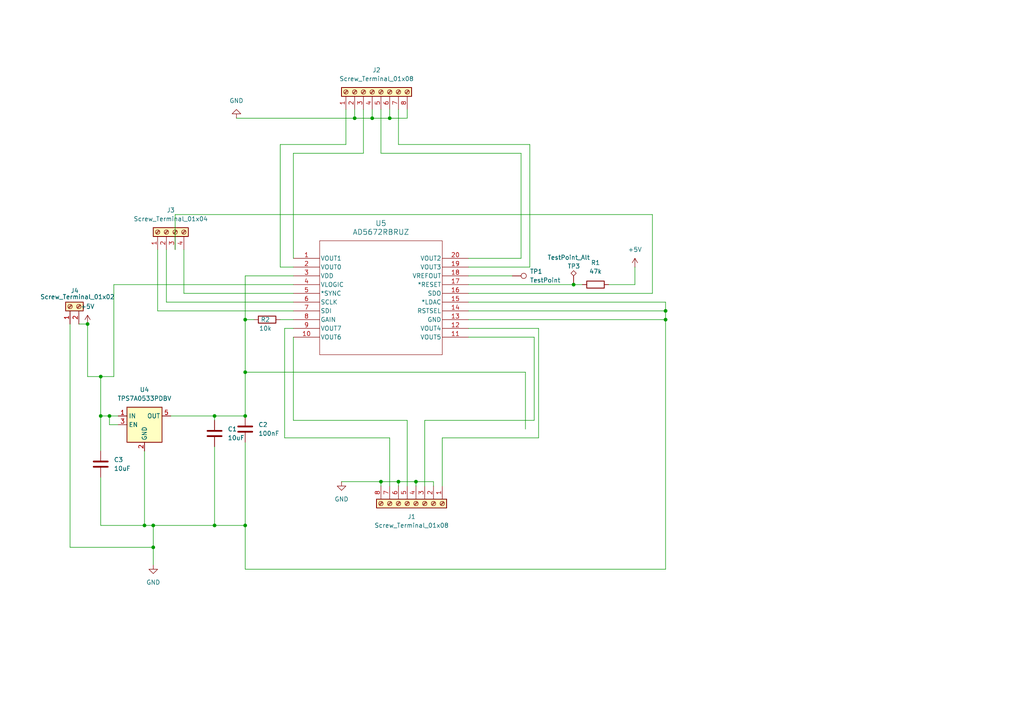
<source format=kicad_sch>
(kicad_sch
	(version 20231120)
	(generator "eeschema")
	(generator_version "8.0")
	(uuid "b619db3f-c47e-41a3-9a42-d036ee25f0e2")
	(paper "A4")
	(lib_symbols
		(symbol "Analog_DAC:AD5672RBRUZ"
			(pin_names
				(offset 0.254)
			)
			(exclude_from_sim no)
			(in_bom yes)
			(on_board yes)
			(property "Reference" "U"
				(at 25.4 10.16 0)
				(effects
					(font
						(size 1.524 1.524)
					)
				)
			)
			(property "Value" "AD5672RBRUZ"
				(at 25.4 7.62 0)
				(effects
					(font
						(size 1.524 1.524)
					)
				)
			)
			(property "Footprint" "AD5672RBRUZ_ADI"
				(at 0 0 0)
				(effects
					(font
						(size 1.27 1.27)
						(italic yes)
					)
					(hide yes)
				)
			)
			(property "Datasheet" "AD5672RBRUZ"
				(at 0 0 0)
				(effects
					(font
						(size 1.27 1.27)
						(italic yes)
					)
					(hide yes)
				)
			)
			(property "Description" ""
				(at 0 0 0)
				(effects
					(font
						(size 1.27 1.27)
					)
					(hide yes)
				)
			)
			(property "ki_locked" ""
				(at 0 0 0)
				(effects
					(font
						(size 1.27 1.27)
					)
				)
			)
			(property "ki_keywords" "AD5672RBRUZ"
				(at 0 0 0)
				(effects
					(font
						(size 1.27 1.27)
					)
					(hide yes)
				)
			)
			(property "ki_fp_filters" "AD5672RBRUZ_ADI AD5672RBRUZ_ADI-M AD5672RBRUZ_ADI-L"
				(at 0 0 0)
				(effects
					(font
						(size 1.27 1.27)
					)
					(hide yes)
				)
			)
			(symbol "AD5672RBRUZ_0_1"
				(polyline
					(pts
						(xy 7.62 -27.94) (xy 43.18 -27.94)
					)
					(stroke
						(width 0.127)
						(type default)
					)
					(fill
						(type none)
					)
				)
				(polyline
					(pts
						(xy 7.62 5.08) (xy 7.62 -27.94)
					)
					(stroke
						(width 0.127)
						(type default)
					)
					(fill
						(type none)
					)
				)
				(polyline
					(pts
						(xy 43.18 -27.94) (xy 43.18 5.08)
					)
					(stroke
						(width 0.127)
						(type default)
					)
					(fill
						(type none)
					)
				)
				(polyline
					(pts
						(xy 43.18 5.08) (xy 7.62 5.08)
					)
					(stroke
						(width 0.127)
						(type default)
					)
					(fill
						(type none)
					)
				)
				(pin unspecified line
					(at 0 0 0)
					(length 7.62)
					(name "VOUT1"
						(effects
							(font
								(size 1.27 1.27)
							)
						)
					)
					(number "1"
						(effects
							(font
								(size 1.27 1.27)
							)
						)
					)
				)
				(pin unspecified line
					(at 0 -22.86 0)
					(length 7.62)
					(name "VOUT6"
						(effects
							(font
								(size 1.27 1.27)
							)
						)
					)
					(number "10"
						(effects
							(font
								(size 1.27 1.27)
							)
						)
					)
				)
				(pin unspecified line
					(at 50.8 -22.86 180)
					(length 7.62)
					(name "VOUT5"
						(effects
							(font
								(size 1.27 1.27)
							)
						)
					)
					(number "11"
						(effects
							(font
								(size 1.27 1.27)
							)
						)
					)
				)
				(pin unspecified line
					(at 50.8 -20.32 180)
					(length 7.62)
					(name "VOUT4"
						(effects
							(font
								(size 1.27 1.27)
							)
						)
					)
					(number "12"
						(effects
							(font
								(size 1.27 1.27)
							)
						)
					)
				)
				(pin unspecified line
					(at 50.8 -17.78 180)
					(length 7.62)
					(name "GND"
						(effects
							(font
								(size 1.27 1.27)
							)
						)
					)
					(number "13"
						(effects
							(font
								(size 1.27 1.27)
							)
						)
					)
				)
				(pin unspecified line
					(at 50.8 -15.24 180)
					(length 7.62)
					(name "RSTSEL"
						(effects
							(font
								(size 1.27 1.27)
							)
						)
					)
					(number "14"
						(effects
							(font
								(size 1.27 1.27)
							)
						)
					)
				)
				(pin unspecified line
					(at 50.8 -12.7 180)
					(length 7.62)
					(name "*LDAC"
						(effects
							(font
								(size 1.27 1.27)
							)
						)
					)
					(number "15"
						(effects
							(font
								(size 1.27 1.27)
							)
						)
					)
				)
				(pin unspecified line
					(at 50.8 -10.16 180)
					(length 7.62)
					(name "SDO"
						(effects
							(font
								(size 1.27 1.27)
							)
						)
					)
					(number "16"
						(effects
							(font
								(size 1.27 1.27)
							)
						)
					)
				)
				(pin unspecified line
					(at 50.8 -7.62 180)
					(length 7.62)
					(name "*RESET"
						(effects
							(font
								(size 1.27 1.27)
							)
						)
					)
					(number "17"
						(effects
							(font
								(size 1.27 1.27)
							)
						)
					)
				)
				(pin unspecified line
					(at 50.8 -5.08 180)
					(length 7.62)
					(name "VREFOUT"
						(effects
							(font
								(size 1.27 1.27)
							)
						)
					)
					(number "18"
						(effects
							(font
								(size 1.27 1.27)
							)
						)
					)
				)
				(pin unspecified line
					(at 50.8 -2.54 180)
					(length 7.62)
					(name "VOUT3"
						(effects
							(font
								(size 1.27 1.27)
							)
						)
					)
					(number "19"
						(effects
							(font
								(size 1.27 1.27)
							)
						)
					)
				)
				(pin unspecified line
					(at 0 -2.54 0)
					(length 7.62)
					(name "VOUT0"
						(effects
							(font
								(size 1.27 1.27)
							)
						)
					)
					(number "2"
						(effects
							(font
								(size 1.27 1.27)
							)
						)
					)
				)
				(pin unspecified line
					(at 50.8 0 180)
					(length 7.62)
					(name "VOUT2"
						(effects
							(font
								(size 1.27 1.27)
							)
						)
					)
					(number "20"
						(effects
							(font
								(size 1.27 1.27)
							)
						)
					)
				)
				(pin unspecified line
					(at 0 -5.08 0)
					(length 7.62)
					(name "VDD"
						(effects
							(font
								(size 1.27 1.27)
							)
						)
					)
					(number "3"
						(effects
							(font
								(size 1.27 1.27)
							)
						)
					)
				)
				(pin unspecified line
					(at 0 -7.62 0)
					(length 7.62)
					(name "VLOGIC"
						(effects
							(font
								(size 1.27 1.27)
							)
						)
					)
					(number "4"
						(effects
							(font
								(size 1.27 1.27)
							)
						)
					)
				)
				(pin unspecified line
					(at 0 -10.16 0)
					(length 7.62)
					(name "*SYNC"
						(effects
							(font
								(size 1.27 1.27)
							)
						)
					)
					(number "5"
						(effects
							(font
								(size 1.27 1.27)
							)
						)
					)
				)
				(pin unspecified line
					(at 0 -12.7 0)
					(length 7.62)
					(name "SCLK"
						(effects
							(font
								(size 1.27 1.27)
							)
						)
					)
					(number "6"
						(effects
							(font
								(size 1.27 1.27)
							)
						)
					)
				)
				(pin unspecified line
					(at 0 -15.24 0)
					(length 7.62)
					(name "SDI"
						(effects
							(font
								(size 1.27 1.27)
							)
						)
					)
					(number "7"
						(effects
							(font
								(size 1.27 1.27)
							)
						)
					)
				)
				(pin unspecified line
					(at 0 -17.78 0)
					(length 7.62)
					(name "GAIN"
						(effects
							(font
								(size 1.27 1.27)
							)
						)
					)
					(number "8"
						(effects
							(font
								(size 1.27 1.27)
							)
						)
					)
				)
				(pin unspecified line
					(at 0 -20.32 0)
					(length 7.62)
					(name "VOUT7"
						(effects
							(font
								(size 1.27 1.27)
							)
						)
					)
					(number "9"
						(effects
							(font
								(size 1.27 1.27)
							)
						)
					)
				)
			)
		)
		(symbol "Connector:Screw_Terminal_01x02"
			(pin_names
				(offset 1.016) hide)
			(exclude_from_sim no)
			(in_bom yes)
			(on_board yes)
			(property "Reference" "J"
				(at 0 2.54 0)
				(effects
					(font
						(size 1.27 1.27)
					)
				)
			)
			(property "Value" "Screw_Terminal_01x02"
				(at 0 -5.08 0)
				(effects
					(font
						(size 1.27 1.27)
					)
				)
			)
			(property "Footprint" ""
				(at 0 0 0)
				(effects
					(font
						(size 1.27 1.27)
					)
					(hide yes)
				)
			)
			(property "Datasheet" "~"
				(at 0 0 0)
				(effects
					(font
						(size 1.27 1.27)
					)
					(hide yes)
				)
			)
			(property "Description" "Generic screw terminal, single row, 01x02, script generated (kicad-library-utils/schlib/autogen/connector/)"
				(at 0 0 0)
				(effects
					(font
						(size 1.27 1.27)
					)
					(hide yes)
				)
			)
			(property "ki_keywords" "screw terminal"
				(at 0 0 0)
				(effects
					(font
						(size 1.27 1.27)
					)
					(hide yes)
				)
			)
			(property "ki_fp_filters" "TerminalBlock*:*"
				(at 0 0 0)
				(effects
					(font
						(size 1.27 1.27)
					)
					(hide yes)
				)
			)
			(symbol "Screw_Terminal_01x02_1_1"
				(rectangle
					(start -1.27 1.27)
					(end 1.27 -3.81)
					(stroke
						(width 0.254)
						(type default)
					)
					(fill
						(type background)
					)
				)
				(circle
					(center 0 -2.54)
					(radius 0.635)
					(stroke
						(width 0.1524)
						(type default)
					)
					(fill
						(type none)
					)
				)
				(polyline
					(pts
						(xy -0.5334 -2.2098) (xy 0.3302 -3.048)
					)
					(stroke
						(width 0.1524)
						(type default)
					)
					(fill
						(type none)
					)
				)
				(polyline
					(pts
						(xy -0.5334 0.3302) (xy 0.3302 -0.508)
					)
					(stroke
						(width 0.1524)
						(type default)
					)
					(fill
						(type none)
					)
				)
				(polyline
					(pts
						(xy -0.3556 -2.032) (xy 0.508 -2.8702)
					)
					(stroke
						(width 0.1524)
						(type default)
					)
					(fill
						(type none)
					)
				)
				(polyline
					(pts
						(xy -0.3556 0.508) (xy 0.508 -0.3302)
					)
					(stroke
						(width 0.1524)
						(type default)
					)
					(fill
						(type none)
					)
				)
				(circle
					(center 0 0)
					(radius 0.635)
					(stroke
						(width 0.1524)
						(type default)
					)
					(fill
						(type none)
					)
				)
				(pin passive line
					(at -5.08 0 0)
					(length 3.81)
					(name "Pin_1"
						(effects
							(font
								(size 1.27 1.27)
							)
						)
					)
					(number "1"
						(effects
							(font
								(size 1.27 1.27)
							)
						)
					)
				)
				(pin passive line
					(at -5.08 -2.54 0)
					(length 3.81)
					(name "Pin_2"
						(effects
							(font
								(size 1.27 1.27)
							)
						)
					)
					(number "2"
						(effects
							(font
								(size 1.27 1.27)
							)
						)
					)
				)
			)
		)
		(symbol "Connector:Screw_Terminal_01x04"
			(pin_names
				(offset 1.016) hide)
			(exclude_from_sim no)
			(in_bom yes)
			(on_board yes)
			(property "Reference" "J"
				(at 0 5.08 0)
				(effects
					(font
						(size 1.27 1.27)
					)
				)
			)
			(property "Value" "Screw_Terminal_01x04"
				(at 0 -7.62 0)
				(effects
					(font
						(size 1.27 1.27)
					)
				)
			)
			(property "Footprint" ""
				(at 0 0 0)
				(effects
					(font
						(size 1.27 1.27)
					)
					(hide yes)
				)
			)
			(property "Datasheet" "~"
				(at 0 0 0)
				(effects
					(font
						(size 1.27 1.27)
					)
					(hide yes)
				)
			)
			(property "Description" "Generic screw terminal, single row, 01x04, script generated (kicad-library-utils/schlib/autogen/connector/)"
				(at 0 0 0)
				(effects
					(font
						(size 1.27 1.27)
					)
					(hide yes)
				)
			)
			(property "ki_keywords" "screw terminal"
				(at 0 0 0)
				(effects
					(font
						(size 1.27 1.27)
					)
					(hide yes)
				)
			)
			(property "ki_fp_filters" "TerminalBlock*:*"
				(at 0 0 0)
				(effects
					(font
						(size 1.27 1.27)
					)
					(hide yes)
				)
			)
			(symbol "Screw_Terminal_01x04_1_1"
				(rectangle
					(start -1.27 3.81)
					(end 1.27 -6.35)
					(stroke
						(width 0.254)
						(type default)
					)
					(fill
						(type background)
					)
				)
				(circle
					(center 0 -5.08)
					(radius 0.635)
					(stroke
						(width 0.1524)
						(type default)
					)
					(fill
						(type none)
					)
				)
				(circle
					(center 0 -2.54)
					(radius 0.635)
					(stroke
						(width 0.1524)
						(type default)
					)
					(fill
						(type none)
					)
				)
				(polyline
					(pts
						(xy -0.5334 -4.7498) (xy 0.3302 -5.588)
					)
					(stroke
						(width 0.1524)
						(type default)
					)
					(fill
						(type none)
					)
				)
				(polyline
					(pts
						(xy -0.5334 -2.2098) (xy 0.3302 -3.048)
					)
					(stroke
						(width 0.1524)
						(type default)
					)
					(fill
						(type none)
					)
				)
				(polyline
					(pts
						(xy -0.5334 0.3302) (xy 0.3302 -0.508)
					)
					(stroke
						(width 0.1524)
						(type default)
					)
					(fill
						(type none)
					)
				)
				(polyline
					(pts
						(xy -0.5334 2.8702) (xy 0.3302 2.032)
					)
					(stroke
						(width 0.1524)
						(type default)
					)
					(fill
						(type none)
					)
				)
				(polyline
					(pts
						(xy -0.3556 -4.572) (xy 0.508 -5.4102)
					)
					(stroke
						(width 0.1524)
						(type default)
					)
					(fill
						(type none)
					)
				)
				(polyline
					(pts
						(xy -0.3556 -2.032) (xy 0.508 -2.8702)
					)
					(stroke
						(width 0.1524)
						(type default)
					)
					(fill
						(type none)
					)
				)
				(polyline
					(pts
						(xy -0.3556 0.508) (xy 0.508 -0.3302)
					)
					(stroke
						(width 0.1524)
						(type default)
					)
					(fill
						(type none)
					)
				)
				(polyline
					(pts
						(xy -0.3556 3.048) (xy 0.508 2.2098)
					)
					(stroke
						(width 0.1524)
						(type default)
					)
					(fill
						(type none)
					)
				)
				(circle
					(center 0 0)
					(radius 0.635)
					(stroke
						(width 0.1524)
						(type default)
					)
					(fill
						(type none)
					)
				)
				(circle
					(center 0 2.54)
					(radius 0.635)
					(stroke
						(width 0.1524)
						(type default)
					)
					(fill
						(type none)
					)
				)
				(pin passive line
					(at -5.08 2.54 0)
					(length 3.81)
					(name "Pin_1"
						(effects
							(font
								(size 1.27 1.27)
							)
						)
					)
					(number "1"
						(effects
							(font
								(size 1.27 1.27)
							)
						)
					)
				)
				(pin passive line
					(at -5.08 0 0)
					(length 3.81)
					(name "Pin_2"
						(effects
							(font
								(size 1.27 1.27)
							)
						)
					)
					(number "2"
						(effects
							(font
								(size 1.27 1.27)
							)
						)
					)
				)
				(pin passive line
					(at -5.08 -2.54 0)
					(length 3.81)
					(name "Pin_3"
						(effects
							(font
								(size 1.27 1.27)
							)
						)
					)
					(number "3"
						(effects
							(font
								(size 1.27 1.27)
							)
						)
					)
				)
				(pin passive line
					(at -5.08 -5.08 0)
					(length 3.81)
					(name "Pin_4"
						(effects
							(font
								(size 1.27 1.27)
							)
						)
					)
					(number "4"
						(effects
							(font
								(size 1.27 1.27)
							)
						)
					)
				)
			)
		)
		(symbol "Connector:Screw_Terminal_01x08"
			(pin_names
				(offset 1.016) hide)
			(exclude_from_sim no)
			(in_bom yes)
			(on_board yes)
			(property "Reference" "J"
				(at 0 10.16 0)
				(effects
					(font
						(size 1.27 1.27)
					)
				)
			)
			(property "Value" "Screw_Terminal_01x08"
				(at 0 -12.7 0)
				(effects
					(font
						(size 1.27 1.27)
					)
				)
			)
			(property "Footprint" ""
				(at 0 0 0)
				(effects
					(font
						(size 1.27 1.27)
					)
					(hide yes)
				)
			)
			(property "Datasheet" "~"
				(at 0 0 0)
				(effects
					(font
						(size 1.27 1.27)
					)
					(hide yes)
				)
			)
			(property "Description" "Generic screw terminal, single row, 01x08, script generated (kicad-library-utils/schlib/autogen/connector/)"
				(at 0 0 0)
				(effects
					(font
						(size 1.27 1.27)
					)
					(hide yes)
				)
			)
			(property "ki_keywords" "screw terminal"
				(at 0 0 0)
				(effects
					(font
						(size 1.27 1.27)
					)
					(hide yes)
				)
			)
			(property "ki_fp_filters" "TerminalBlock*:*"
				(at 0 0 0)
				(effects
					(font
						(size 1.27 1.27)
					)
					(hide yes)
				)
			)
			(symbol "Screw_Terminal_01x08_1_1"
				(rectangle
					(start -1.27 8.89)
					(end 1.27 -11.43)
					(stroke
						(width 0.254)
						(type default)
					)
					(fill
						(type background)
					)
				)
				(circle
					(center 0 -10.16)
					(radius 0.635)
					(stroke
						(width 0.1524)
						(type default)
					)
					(fill
						(type none)
					)
				)
				(circle
					(center 0 -7.62)
					(radius 0.635)
					(stroke
						(width 0.1524)
						(type default)
					)
					(fill
						(type none)
					)
				)
				(circle
					(center 0 -5.08)
					(radius 0.635)
					(stroke
						(width 0.1524)
						(type default)
					)
					(fill
						(type none)
					)
				)
				(circle
					(center 0 -2.54)
					(radius 0.635)
					(stroke
						(width 0.1524)
						(type default)
					)
					(fill
						(type none)
					)
				)
				(polyline
					(pts
						(xy -0.5334 -9.8298) (xy 0.3302 -10.668)
					)
					(stroke
						(width 0.1524)
						(type default)
					)
					(fill
						(type none)
					)
				)
				(polyline
					(pts
						(xy -0.5334 -7.2898) (xy 0.3302 -8.128)
					)
					(stroke
						(width 0.1524)
						(type default)
					)
					(fill
						(type none)
					)
				)
				(polyline
					(pts
						(xy -0.5334 -4.7498) (xy 0.3302 -5.588)
					)
					(stroke
						(width 0.1524)
						(type default)
					)
					(fill
						(type none)
					)
				)
				(polyline
					(pts
						(xy -0.5334 -2.2098) (xy 0.3302 -3.048)
					)
					(stroke
						(width 0.1524)
						(type default)
					)
					(fill
						(type none)
					)
				)
				(polyline
					(pts
						(xy -0.5334 0.3302) (xy 0.3302 -0.508)
					)
					(stroke
						(width 0.1524)
						(type default)
					)
					(fill
						(type none)
					)
				)
				(polyline
					(pts
						(xy -0.5334 2.8702) (xy 0.3302 2.032)
					)
					(stroke
						(width 0.1524)
						(type default)
					)
					(fill
						(type none)
					)
				)
				(polyline
					(pts
						(xy -0.5334 5.4102) (xy 0.3302 4.572)
					)
					(stroke
						(width 0.1524)
						(type default)
					)
					(fill
						(type none)
					)
				)
				(polyline
					(pts
						(xy -0.5334 7.9502) (xy 0.3302 7.112)
					)
					(stroke
						(width 0.1524)
						(type default)
					)
					(fill
						(type none)
					)
				)
				(polyline
					(pts
						(xy -0.3556 -9.652) (xy 0.508 -10.4902)
					)
					(stroke
						(width 0.1524)
						(type default)
					)
					(fill
						(type none)
					)
				)
				(polyline
					(pts
						(xy -0.3556 -7.112) (xy 0.508 -7.9502)
					)
					(stroke
						(width 0.1524)
						(type default)
					)
					(fill
						(type none)
					)
				)
				(polyline
					(pts
						(xy -0.3556 -4.572) (xy 0.508 -5.4102)
					)
					(stroke
						(width 0.1524)
						(type default)
					)
					(fill
						(type none)
					)
				)
				(polyline
					(pts
						(xy -0.3556 -2.032) (xy 0.508 -2.8702)
					)
					(stroke
						(width 0.1524)
						(type default)
					)
					(fill
						(type none)
					)
				)
				(polyline
					(pts
						(xy -0.3556 0.508) (xy 0.508 -0.3302)
					)
					(stroke
						(width 0.1524)
						(type default)
					)
					(fill
						(type none)
					)
				)
				(polyline
					(pts
						(xy -0.3556 3.048) (xy 0.508 2.2098)
					)
					(stroke
						(width 0.1524)
						(type default)
					)
					(fill
						(type none)
					)
				)
				(polyline
					(pts
						(xy -0.3556 5.588) (xy 0.508 4.7498)
					)
					(stroke
						(width 0.1524)
						(type default)
					)
					(fill
						(type none)
					)
				)
				(polyline
					(pts
						(xy -0.3556 8.128) (xy 0.508 7.2898)
					)
					(stroke
						(width 0.1524)
						(type default)
					)
					(fill
						(type none)
					)
				)
				(circle
					(center 0 0)
					(radius 0.635)
					(stroke
						(width 0.1524)
						(type default)
					)
					(fill
						(type none)
					)
				)
				(circle
					(center 0 2.54)
					(radius 0.635)
					(stroke
						(width 0.1524)
						(type default)
					)
					(fill
						(type none)
					)
				)
				(circle
					(center 0 5.08)
					(radius 0.635)
					(stroke
						(width 0.1524)
						(type default)
					)
					(fill
						(type none)
					)
				)
				(circle
					(center 0 7.62)
					(radius 0.635)
					(stroke
						(width 0.1524)
						(type default)
					)
					(fill
						(type none)
					)
				)
				(pin passive line
					(at -5.08 7.62 0)
					(length 3.81)
					(name "Pin_1"
						(effects
							(font
								(size 1.27 1.27)
							)
						)
					)
					(number "1"
						(effects
							(font
								(size 1.27 1.27)
							)
						)
					)
				)
				(pin passive line
					(at -5.08 5.08 0)
					(length 3.81)
					(name "Pin_2"
						(effects
							(font
								(size 1.27 1.27)
							)
						)
					)
					(number "2"
						(effects
							(font
								(size 1.27 1.27)
							)
						)
					)
				)
				(pin passive line
					(at -5.08 2.54 0)
					(length 3.81)
					(name "Pin_3"
						(effects
							(font
								(size 1.27 1.27)
							)
						)
					)
					(number "3"
						(effects
							(font
								(size 1.27 1.27)
							)
						)
					)
				)
				(pin passive line
					(at -5.08 0 0)
					(length 3.81)
					(name "Pin_4"
						(effects
							(font
								(size 1.27 1.27)
							)
						)
					)
					(number "4"
						(effects
							(font
								(size 1.27 1.27)
							)
						)
					)
				)
				(pin passive line
					(at -5.08 -2.54 0)
					(length 3.81)
					(name "Pin_5"
						(effects
							(font
								(size 1.27 1.27)
							)
						)
					)
					(number "5"
						(effects
							(font
								(size 1.27 1.27)
							)
						)
					)
				)
				(pin passive line
					(at -5.08 -5.08 0)
					(length 3.81)
					(name "Pin_6"
						(effects
							(font
								(size 1.27 1.27)
							)
						)
					)
					(number "6"
						(effects
							(font
								(size 1.27 1.27)
							)
						)
					)
				)
				(pin passive line
					(at -5.08 -7.62 0)
					(length 3.81)
					(name "Pin_7"
						(effects
							(font
								(size 1.27 1.27)
							)
						)
					)
					(number "7"
						(effects
							(font
								(size 1.27 1.27)
							)
						)
					)
				)
				(pin passive line
					(at -5.08 -10.16 0)
					(length 3.81)
					(name "Pin_8"
						(effects
							(font
								(size 1.27 1.27)
							)
						)
					)
					(number "8"
						(effects
							(font
								(size 1.27 1.27)
							)
						)
					)
				)
			)
		)
		(symbol "Connector:TestPoint"
			(pin_numbers hide)
			(pin_names
				(offset 0.762) hide)
			(exclude_from_sim no)
			(in_bom yes)
			(on_board yes)
			(property "Reference" "TP"
				(at 0 6.858 0)
				(effects
					(font
						(size 1.27 1.27)
					)
				)
			)
			(property "Value" "TestPoint"
				(at 0 5.08 0)
				(effects
					(font
						(size 1.27 1.27)
					)
				)
			)
			(property "Footprint" ""
				(at 5.08 0 0)
				(effects
					(font
						(size 1.27 1.27)
					)
					(hide yes)
				)
			)
			(property "Datasheet" "~"
				(at 5.08 0 0)
				(effects
					(font
						(size 1.27 1.27)
					)
					(hide yes)
				)
			)
			(property "Description" "test point"
				(at 0 0 0)
				(effects
					(font
						(size 1.27 1.27)
					)
					(hide yes)
				)
			)
			(property "ki_keywords" "test point tp"
				(at 0 0 0)
				(effects
					(font
						(size 1.27 1.27)
					)
					(hide yes)
				)
			)
			(property "ki_fp_filters" "Pin* Test*"
				(at 0 0 0)
				(effects
					(font
						(size 1.27 1.27)
					)
					(hide yes)
				)
			)
			(symbol "TestPoint_0_1"
				(circle
					(center 0 3.302)
					(radius 0.762)
					(stroke
						(width 0)
						(type default)
					)
					(fill
						(type none)
					)
				)
			)
			(symbol "TestPoint_1_1"
				(pin passive line
					(at 0 0 90)
					(length 2.54)
					(name "1"
						(effects
							(font
								(size 1.27 1.27)
							)
						)
					)
					(number "1"
						(effects
							(font
								(size 1.27 1.27)
							)
						)
					)
				)
			)
		)
		(symbol "Connector:TestPoint_Alt"
			(pin_numbers hide)
			(pin_names
				(offset 0.762) hide)
			(exclude_from_sim no)
			(in_bom yes)
			(on_board yes)
			(property "Reference" "TP"
				(at 0 6.858 0)
				(effects
					(font
						(size 1.27 1.27)
					)
				)
			)
			(property "Value" "TestPoint_Alt"
				(at 0 5.08 0)
				(effects
					(font
						(size 1.27 1.27)
					)
				)
			)
			(property "Footprint" ""
				(at 5.08 0 0)
				(effects
					(font
						(size 1.27 1.27)
					)
					(hide yes)
				)
			)
			(property "Datasheet" "~"
				(at 5.08 0 0)
				(effects
					(font
						(size 1.27 1.27)
					)
					(hide yes)
				)
			)
			(property "Description" "test point (alternative shape)"
				(at 0 0 0)
				(effects
					(font
						(size 1.27 1.27)
					)
					(hide yes)
				)
			)
			(property "ki_keywords" "test point tp"
				(at 0 0 0)
				(effects
					(font
						(size 1.27 1.27)
					)
					(hide yes)
				)
			)
			(property "ki_fp_filters" "Pin* Test*"
				(at 0 0 0)
				(effects
					(font
						(size 1.27 1.27)
					)
					(hide yes)
				)
			)
			(symbol "TestPoint_Alt_0_1"
				(polyline
					(pts
						(xy 0 2.54) (xy -0.762 3.302) (xy 0 4.064) (xy 0.762 3.302) (xy 0 2.54)
					)
					(stroke
						(width 0)
						(type default)
					)
					(fill
						(type none)
					)
				)
			)
			(symbol "TestPoint_Alt_1_1"
				(pin passive line
					(at 0 0 90)
					(length 2.54)
					(name "1"
						(effects
							(font
								(size 1.27 1.27)
							)
						)
					)
					(number "1"
						(effects
							(font
								(size 1.27 1.27)
							)
						)
					)
				)
			)
		)
		(symbol "Device:C"
			(pin_numbers hide)
			(pin_names
				(offset 0.254)
			)
			(exclude_from_sim no)
			(in_bom yes)
			(on_board yes)
			(property "Reference" "C"
				(at 0.635 2.54 0)
				(effects
					(font
						(size 1.27 1.27)
					)
					(justify left)
				)
			)
			(property "Value" "C"
				(at 0.635 -2.54 0)
				(effects
					(font
						(size 1.27 1.27)
					)
					(justify left)
				)
			)
			(property "Footprint" ""
				(at 0.9652 -3.81 0)
				(effects
					(font
						(size 1.27 1.27)
					)
					(hide yes)
				)
			)
			(property "Datasheet" "~"
				(at 0 0 0)
				(effects
					(font
						(size 1.27 1.27)
					)
					(hide yes)
				)
			)
			(property "Description" "Unpolarized capacitor"
				(at 0 0 0)
				(effects
					(font
						(size 1.27 1.27)
					)
					(hide yes)
				)
			)
			(property "ki_keywords" "cap capacitor"
				(at 0 0 0)
				(effects
					(font
						(size 1.27 1.27)
					)
					(hide yes)
				)
			)
			(property "ki_fp_filters" "C_*"
				(at 0 0 0)
				(effects
					(font
						(size 1.27 1.27)
					)
					(hide yes)
				)
			)
			(symbol "C_0_1"
				(polyline
					(pts
						(xy -2.032 -0.762) (xy 2.032 -0.762)
					)
					(stroke
						(width 0.508)
						(type default)
					)
					(fill
						(type none)
					)
				)
				(polyline
					(pts
						(xy -2.032 0.762) (xy 2.032 0.762)
					)
					(stroke
						(width 0.508)
						(type default)
					)
					(fill
						(type none)
					)
				)
			)
			(symbol "C_1_1"
				(pin passive line
					(at 0 3.81 270)
					(length 2.794)
					(name "~"
						(effects
							(font
								(size 1.27 1.27)
							)
						)
					)
					(number "1"
						(effects
							(font
								(size 1.27 1.27)
							)
						)
					)
				)
				(pin passive line
					(at 0 -3.81 90)
					(length 2.794)
					(name "~"
						(effects
							(font
								(size 1.27 1.27)
							)
						)
					)
					(number "2"
						(effects
							(font
								(size 1.27 1.27)
							)
						)
					)
				)
			)
		)
		(symbol "Device:R"
			(pin_numbers hide)
			(pin_names
				(offset 0)
			)
			(exclude_from_sim no)
			(in_bom yes)
			(on_board yes)
			(property "Reference" "R"
				(at 2.032 0 90)
				(effects
					(font
						(size 1.27 1.27)
					)
				)
			)
			(property "Value" "R"
				(at 0 0 90)
				(effects
					(font
						(size 1.27 1.27)
					)
				)
			)
			(property "Footprint" ""
				(at -1.778 0 90)
				(effects
					(font
						(size 1.27 1.27)
					)
					(hide yes)
				)
			)
			(property "Datasheet" "~"
				(at 0 0 0)
				(effects
					(font
						(size 1.27 1.27)
					)
					(hide yes)
				)
			)
			(property "Description" "Resistor"
				(at 0 0 0)
				(effects
					(font
						(size 1.27 1.27)
					)
					(hide yes)
				)
			)
			(property "ki_keywords" "R res resistor"
				(at 0 0 0)
				(effects
					(font
						(size 1.27 1.27)
					)
					(hide yes)
				)
			)
			(property "ki_fp_filters" "R_*"
				(at 0 0 0)
				(effects
					(font
						(size 1.27 1.27)
					)
					(hide yes)
				)
			)
			(symbol "R_0_1"
				(rectangle
					(start -1.016 -2.54)
					(end 1.016 2.54)
					(stroke
						(width 0.254)
						(type default)
					)
					(fill
						(type none)
					)
				)
			)
			(symbol "R_1_1"
				(pin passive line
					(at 0 3.81 270)
					(length 1.27)
					(name "~"
						(effects
							(font
								(size 1.27 1.27)
							)
						)
					)
					(number "1"
						(effects
							(font
								(size 1.27 1.27)
							)
						)
					)
				)
				(pin passive line
					(at 0 -3.81 90)
					(length 1.27)
					(name "~"
						(effects
							(font
								(size 1.27 1.27)
							)
						)
					)
					(number "2"
						(effects
							(font
								(size 1.27 1.27)
							)
						)
					)
				)
			)
		)
		(symbol "Regulator_Linear:TPS7A0533PDBV"
			(exclude_from_sim no)
			(in_bom yes)
			(on_board yes)
			(property "Reference" "U"
				(at -3.81 6.35 0)
				(effects
					(font
						(size 1.27 1.27)
					)
				)
			)
			(property "Value" "TPS7A0533PDBV"
				(at 6.35 6.35 0)
				(effects
					(font
						(size 1.27 1.27)
					)
				)
			)
			(property "Footprint" "Package_TO_SOT_SMD:SOT-23-5"
				(at 0 8.89 0)
				(effects
					(font
						(size 1.27 1.27)
					)
					(hide yes)
				)
			)
			(property "Datasheet" "https://www.ti.com/lit/ds/symlink/tps7a05.pdf"
				(at 0 12.7 0)
				(effects
					(font
						(size 1.27 1.27)
					)
					(hide yes)
				)
			)
			(property "Description" "200-mA Ultra-Low-Iq LDO, 3.3V, SOT-23-5"
				(at 0 0 0)
				(effects
					(font
						(size 1.27 1.27)
					)
					(hide yes)
				)
			)
			(property "ki_keywords" "Single Output LDO Low-Iq"
				(at 0 0 0)
				(effects
					(font
						(size 1.27 1.27)
					)
					(hide yes)
				)
			)
			(property "ki_fp_filters" "SOT?23*"
				(at 0 0 0)
				(effects
					(font
						(size 1.27 1.27)
					)
					(hide yes)
				)
			)
			(symbol "TPS7A0533PDBV_0_1"
				(rectangle
					(start -5.08 -5.08)
					(end 5.08 5.08)
					(stroke
						(width 0.254)
						(type default)
					)
					(fill
						(type background)
					)
				)
				(pin power_in line
					(at -7.62 2.54 0)
					(length 2.54)
					(name "IN"
						(effects
							(font
								(size 1.27 1.27)
							)
						)
					)
					(number "1"
						(effects
							(font
								(size 1.27 1.27)
							)
						)
					)
				)
				(pin power_in line
					(at 0 -7.62 90)
					(length 2.54)
					(name "GND"
						(effects
							(font
								(size 1.27 1.27)
							)
						)
					)
					(number "2"
						(effects
							(font
								(size 1.27 1.27)
							)
						)
					)
				)
				(pin input line
					(at -7.62 0 0)
					(length 2.54)
					(name "EN"
						(effects
							(font
								(size 1.27 1.27)
							)
						)
					)
					(number "3"
						(effects
							(font
								(size 1.27 1.27)
							)
						)
					)
				)
				(pin no_connect line
					(at 5.08 0 180)
					(length 2.54) hide
					(name "NC"
						(effects
							(font
								(size 1.27 1.27)
							)
						)
					)
					(number "4"
						(effects
							(font
								(size 1.27 1.27)
							)
						)
					)
				)
				(pin power_out line
					(at 7.62 2.54 180)
					(length 2.54)
					(name "OUT"
						(effects
							(font
								(size 1.27 1.27)
							)
						)
					)
					(number "5"
						(effects
							(font
								(size 1.27 1.27)
							)
						)
					)
				)
			)
		)
		(symbol "power:+5V"
			(power)
			(pin_numbers hide)
			(pin_names
				(offset 0) hide)
			(exclude_from_sim no)
			(in_bom yes)
			(on_board yes)
			(property "Reference" "#PWR"
				(at 0 -3.81 0)
				(effects
					(font
						(size 1.27 1.27)
					)
					(hide yes)
				)
			)
			(property "Value" "+5V"
				(at 0 3.556 0)
				(effects
					(font
						(size 1.27 1.27)
					)
				)
			)
			(property "Footprint" ""
				(at 0 0 0)
				(effects
					(font
						(size 1.27 1.27)
					)
					(hide yes)
				)
			)
			(property "Datasheet" ""
				(at 0 0 0)
				(effects
					(font
						(size 1.27 1.27)
					)
					(hide yes)
				)
			)
			(property "Description" "Power symbol creates a global label with name \"+5V\""
				(at 0 0 0)
				(effects
					(font
						(size 1.27 1.27)
					)
					(hide yes)
				)
			)
			(property "ki_keywords" "global power"
				(at 0 0 0)
				(effects
					(font
						(size 1.27 1.27)
					)
					(hide yes)
				)
			)
			(symbol "+5V_0_1"
				(polyline
					(pts
						(xy -0.762 1.27) (xy 0 2.54)
					)
					(stroke
						(width 0)
						(type default)
					)
					(fill
						(type none)
					)
				)
				(polyline
					(pts
						(xy 0 0) (xy 0 2.54)
					)
					(stroke
						(width 0)
						(type default)
					)
					(fill
						(type none)
					)
				)
				(polyline
					(pts
						(xy 0 2.54) (xy 0.762 1.27)
					)
					(stroke
						(width 0)
						(type default)
					)
					(fill
						(type none)
					)
				)
			)
			(symbol "+5V_1_1"
				(pin power_in line
					(at 0 0 90)
					(length 0)
					(name "~"
						(effects
							(font
								(size 1.27 1.27)
							)
						)
					)
					(number "1"
						(effects
							(font
								(size 1.27 1.27)
							)
						)
					)
				)
			)
		)
		(symbol "power:GND"
			(power)
			(pin_numbers hide)
			(pin_names
				(offset 0) hide)
			(exclude_from_sim no)
			(in_bom yes)
			(on_board yes)
			(property "Reference" "#PWR"
				(at 0 -6.35 0)
				(effects
					(font
						(size 1.27 1.27)
					)
					(hide yes)
				)
			)
			(property "Value" "GND"
				(at 0 -3.81 0)
				(effects
					(font
						(size 1.27 1.27)
					)
				)
			)
			(property "Footprint" ""
				(at 0 0 0)
				(effects
					(font
						(size 1.27 1.27)
					)
					(hide yes)
				)
			)
			(property "Datasheet" ""
				(at 0 0 0)
				(effects
					(font
						(size 1.27 1.27)
					)
					(hide yes)
				)
			)
			(property "Description" "Power symbol creates a global label with name \"GND\" , ground"
				(at 0 0 0)
				(effects
					(font
						(size 1.27 1.27)
					)
					(hide yes)
				)
			)
			(property "ki_keywords" "global power"
				(at 0 0 0)
				(effects
					(font
						(size 1.27 1.27)
					)
					(hide yes)
				)
			)
			(symbol "GND_0_1"
				(polyline
					(pts
						(xy 0 0) (xy 0 -1.27) (xy 1.27 -1.27) (xy 0 -2.54) (xy -1.27 -1.27) (xy 0 -1.27)
					)
					(stroke
						(width 0)
						(type default)
					)
					(fill
						(type none)
					)
				)
			)
			(symbol "GND_1_1"
				(pin power_in line
					(at 0 0 270)
					(length 0)
					(name "~"
						(effects
							(font
								(size 1.27 1.27)
							)
						)
					)
					(number "1"
						(effects
							(font
								(size 1.27 1.27)
							)
						)
					)
				)
			)
		)
	)
	(junction
		(at 71.12 92.71)
		(diameter 0)
		(color 0 0 0 0)
		(uuid "03f93fde-a939-4c13-89ed-67280eca9386")
	)
	(junction
		(at 102.87 34.29)
		(diameter 0)
		(color 0 0 0 0)
		(uuid "07cf2cbe-95b1-4539-9594-f7d64a39de38")
	)
	(junction
		(at 115.57 139.7)
		(diameter 0)
		(color 0 0 0 0)
		(uuid "11877f95-86bd-4b66-925d-9069ec08a614")
	)
	(junction
		(at 113.03 34.29)
		(diameter 0)
		(color 0 0 0 0)
		(uuid "178210e7-e289-479c-8164-e88626b2e3c0")
	)
	(junction
		(at 62.23 120.65)
		(diameter 0)
		(color 0 0 0 0)
		(uuid "1c3af12f-497d-4fdc-8695-eee9ea4cb430")
	)
	(junction
		(at 62.23 152.4)
		(diameter 0)
		(color 0 0 0 0)
		(uuid "203058c1-19ae-4cfb-ad2b-0894290aaf96")
	)
	(junction
		(at 193.04 90.17)
		(diameter 0)
		(color 0 0 0 0)
		(uuid "235aa61b-ef2a-420c-9d8a-b33ec0a492a9")
	)
	(junction
		(at 71.12 107.95)
		(diameter 0)
		(color 0 0 0 0)
		(uuid "3209de52-b7dc-4ec3-8883-a8870df71340")
	)
	(junction
		(at 44.45 152.4)
		(diameter 0)
		(color 0 0 0 0)
		(uuid "4daf42bc-842c-4931-a39d-6b5d1e973a79")
	)
	(junction
		(at 71.12 120.65)
		(diameter 0)
		(color 0 0 0 0)
		(uuid "57736e90-1571-4fe2-b9c0-d4a0b51d5366")
	)
	(junction
		(at 41.91 152.4)
		(diameter 0)
		(color 0 0 0 0)
		(uuid "7a7a23ac-0052-4e76-951f-7f5d79a56590")
	)
	(junction
		(at 166.37 82.55)
		(diameter 0)
		(color 0 0 0 0)
		(uuid "871b6c33-e326-4f04-9960-19de4ade2c08")
	)
	(junction
		(at 29.21 120.65)
		(diameter 0)
		(color 0 0 0 0)
		(uuid "87ecec14-dd5b-4dae-9cd5-aded227238c5")
	)
	(junction
		(at 120.65 139.7)
		(diameter 0)
		(color 0 0 0 0)
		(uuid "8927a3c6-ca85-4e43-bd6e-e3af1ab47770")
	)
	(junction
		(at 31.75 120.65)
		(diameter 0)
		(color 0 0 0 0)
		(uuid "9163dc61-09c5-4179-a9d6-521a3a938c5d")
	)
	(junction
		(at 110.49 139.7)
		(diameter 0)
		(color 0 0 0 0)
		(uuid "a6e23f40-b2cc-483d-a6fb-834ba2cee820")
	)
	(junction
		(at 193.04 92.71)
		(diameter 0)
		(color 0 0 0 0)
		(uuid "ae774a27-873e-4da1-a3cf-09d56b968467")
	)
	(junction
		(at 29.21 109.22)
		(diameter 0)
		(color 0 0 0 0)
		(uuid "b6113898-fd72-4dc7-8339-63ce1779d3f7")
	)
	(junction
		(at 71.12 152.4)
		(diameter 0)
		(color 0 0 0 0)
		(uuid "bed2832b-d88b-4e2e-b41c-1b66fbaf5e00")
	)
	(junction
		(at 107.95 34.29)
		(diameter 0)
		(color 0 0 0 0)
		(uuid "d8225af6-435e-45a1-bfc5-9868c5f0e38f")
	)
	(junction
		(at 44.45 158.75)
		(diameter 0)
		(color 0 0 0 0)
		(uuid "da91a1b7-18a5-4a99-a94d-bb11a98855eb")
	)
	(junction
		(at 25.4 93.98)
		(diameter 0)
		(color 0 0 0 0)
		(uuid "e7e0d7e2-0336-4b0d-acd2-978a07fcf9fc")
	)
	(wire
		(pts
			(xy 34.29 120.65) (xy 31.75 120.65)
		)
		(stroke
			(width 0)
			(type default)
		)
		(uuid "01359f73-4d40-495b-b9cd-87559656dc76")
	)
	(wire
		(pts
			(xy 50.8 62.23) (xy 50.8 72.39)
		)
		(stroke
			(width 0)
			(type default)
		)
		(uuid "01433927-7d84-4dd6-a6e5-5b6968e6bd34")
	)
	(wire
		(pts
			(xy 102.87 31.75) (xy 102.87 34.29)
		)
		(stroke
			(width 0)
			(type default)
		)
		(uuid "017973e8-c988-4c9b-86ae-7ff5f7abd8f0")
	)
	(wire
		(pts
			(xy 135.89 90.17) (xy 193.04 90.17)
		)
		(stroke
			(width 0)
			(type default)
		)
		(uuid "02dc5e6c-6ba6-48ae-ae09-6f08d6a079e9")
	)
	(wire
		(pts
			(xy 154.94 121.92) (xy 123.19 121.92)
		)
		(stroke
			(width 0)
			(type default)
		)
		(uuid "06f1a168-4e8e-489d-a516-16db3052a75f")
	)
	(wire
		(pts
			(xy 71.12 80.01) (xy 85.09 80.01)
		)
		(stroke
			(width 0)
			(type default)
		)
		(uuid "075a1633-4746-463a-bcff-72acde037ccb")
	)
	(wire
		(pts
			(xy 31.75 123.19) (xy 34.29 123.19)
		)
		(stroke
			(width 0)
			(type default)
		)
		(uuid "0875d67f-a034-423b-bd1a-c0bea3a447ab")
	)
	(wire
		(pts
			(xy 120.65 139.7) (xy 120.65 140.97)
		)
		(stroke
			(width 0)
			(type default)
		)
		(uuid "09dbeadb-37ab-4c83-8bae-213a196b2b13")
	)
	(wire
		(pts
			(xy 71.12 92.71) (xy 73.66 92.71)
		)
		(stroke
			(width 0)
			(type default)
		)
		(uuid "121744a4-5355-420d-b1c5-74bcba29164c")
	)
	(wire
		(pts
			(xy 82.55 127) (xy 113.03 127)
		)
		(stroke
			(width 0)
			(type default)
		)
		(uuid "15a15274-d27c-49c0-9276-c575da861422")
	)
	(wire
		(pts
			(xy 33.02 109.22) (xy 29.21 109.22)
		)
		(stroke
			(width 0)
			(type default)
		)
		(uuid "172addfc-44cc-4dfe-8cdb-95ceb1fdf445")
	)
	(wire
		(pts
			(xy 151.13 44.45) (xy 151.13 74.93)
		)
		(stroke
			(width 0)
			(type default)
		)
		(uuid "1ba1ba76-0f33-49bb-856c-cdf28d7afa50")
	)
	(wire
		(pts
			(xy 41.91 152.4) (xy 44.45 152.4)
		)
		(stroke
			(width 0)
			(type default)
		)
		(uuid "1fc21856-10f0-4f03-ab5e-83c242903524")
	)
	(wire
		(pts
			(xy 135.89 85.09) (xy 189.23 85.09)
		)
		(stroke
			(width 0)
			(type default)
		)
		(uuid "2135a6eb-b838-4878-b13a-dedfdea2cb26")
	)
	(wire
		(pts
			(xy 71.12 152.4) (xy 71.12 165.1)
		)
		(stroke
			(width 0)
			(type default)
		)
		(uuid "26741c53-28ae-4ecd-ba4f-617a6fc71c0f")
	)
	(wire
		(pts
			(xy 120.65 139.7) (xy 125.73 139.7)
		)
		(stroke
			(width 0)
			(type default)
		)
		(uuid "2690670a-a2ac-420b-a4ca-fdc4121936a9")
	)
	(wire
		(pts
			(xy 85.09 121.92) (xy 118.11 121.92)
		)
		(stroke
			(width 0)
			(type default)
		)
		(uuid "2c89cea3-4146-4c4a-b13a-8c9a4a0bb961")
	)
	(wire
		(pts
			(xy 110.49 44.45) (xy 151.13 44.45)
		)
		(stroke
			(width 0)
			(type default)
		)
		(uuid "2d284154-df0d-4c93-baea-295aa48b9dc2")
	)
	(wire
		(pts
			(xy 85.09 121.92) (xy 85.09 97.79)
		)
		(stroke
			(width 0)
			(type default)
		)
		(uuid "2ff6d3e8-0554-4ad1-a7d8-e6cd81e2dc0f")
	)
	(wire
		(pts
			(xy 107.95 34.29) (xy 113.03 34.29)
		)
		(stroke
			(width 0)
			(type default)
		)
		(uuid "361d416c-d7bf-453f-a64a-9f037232f4ee")
	)
	(wire
		(pts
			(xy 44.45 158.75) (xy 44.45 152.4)
		)
		(stroke
			(width 0)
			(type default)
		)
		(uuid "38809345-c0f9-4831-9cfb-2a5e90a603d0")
	)
	(wire
		(pts
			(xy 135.89 95.25) (xy 156.21 95.25)
		)
		(stroke
			(width 0)
			(type default)
		)
		(uuid "39d57717-c03c-4296-b272-9e7574f6929f")
	)
	(wire
		(pts
			(xy 184.15 82.55) (xy 184.15 77.47)
		)
		(stroke
			(width 0)
			(type default)
		)
		(uuid "3a232aff-a20c-4261-90b7-da835d61d20b")
	)
	(wire
		(pts
			(xy 85.09 77.47) (xy 81.28 77.47)
		)
		(stroke
			(width 0)
			(type default)
		)
		(uuid "3b0034ef-5498-4281-aa38-a70f0c7e7eae")
	)
	(wire
		(pts
			(xy 81.28 92.71) (xy 85.09 92.71)
		)
		(stroke
			(width 0)
			(type default)
		)
		(uuid "3ee87b60-6c81-4a93-8d80-c26487b40c0f")
	)
	(wire
		(pts
			(xy 44.45 163.83) (xy 44.45 158.75)
		)
		(stroke
			(width 0)
			(type default)
		)
		(uuid "4138c595-91b8-457f-96e1-9a45077995df")
	)
	(wire
		(pts
			(xy 85.09 85.09) (xy 53.34 85.09)
		)
		(stroke
			(width 0)
			(type default)
		)
		(uuid "41cb89c1-a17d-401f-8043-d12b798de9a4")
	)
	(wire
		(pts
			(xy 154.94 97.79) (xy 135.89 97.79)
		)
		(stroke
			(width 0)
			(type default)
		)
		(uuid "4607b99d-e91c-466c-8593-b451966093ee")
	)
	(wire
		(pts
			(xy 71.12 120.65) (xy 62.23 120.65)
		)
		(stroke
			(width 0)
			(type default)
		)
		(uuid "4649be83-f76d-4104-af40-5d87e0ee8217")
	)
	(wire
		(pts
			(xy 115.57 41.91) (xy 115.57 31.75)
		)
		(stroke
			(width 0)
			(type default)
		)
		(uuid "4919e002-93a0-4f2a-b239-9748413ec98b")
	)
	(wire
		(pts
			(xy 71.12 128.27) (xy 71.12 152.4)
		)
		(stroke
			(width 0)
			(type default)
		)
		(uuid "4a1a1e67-160d-49dc-8c39-e08d067de74f")
	)
	(wire
		(pts
			(xy 100.33 41.91) (xy 100.33 31.75)
		)
		(stroke
			(width 0)
			(type default)
		)
		(uuid "4d50e524-b959-4a50-a11a-1a14278e144e")
	)
	(wire
		(pts
			(xy 45.72 90.17) (xy 85.09 90.17)
		)
		(stroke
			(width 0)
			(type default)
		)
		(uuid "4ec524aa-684d-4743-b5ab-ec3dbdcd6484")
	)
	(wire
		(pts
			(xy 152.4 107.95) (xy 71.12 107.95)
		)
		(stroke
			(width 0)
			(type default)
		)
		(uuid "4ecdff6b-94cc-4ba7-94b8-e72be663a17a")
	)
	(wire
		(pts
			(xy 71.12 165.1) (xy 193.04 165.1)
		)
		(stroke
			(width 0)
			(type default)
		)
		(uuid "590ac816-4c24-45b5-9abb-654d84755e50")
	)
	(wire
		(pts
			(xy 41.91 130.81) (xy 41.91 152.4)
		)
		(stroke
			(width 0)
			(type default)
		)
		(uuid "5a04cbb0-a998-4e13-bd20-4e67539f0200")
	)
	(wire
		(pts
			(xy 113.03 31.75) (xy 113.03 34.29)
		)
		(stroke
			(width 0)
			(type default)
		)
		(uuid "5ca08cb9-d5b3-4379-b3e2-dd5924c389b1")
	)
	(wire
		(pts
			(xy 62.23 120.65) (xy 62.23 121.92)
		)
		(stroke
			(width 0)
			(type default)
		)
		(uuid "5d6b08ec-f65e-4d62-9d6f-2a68d90dbed7")
	)
	(wire
		(pts
			(xy 62.23 129.54) (xy 62.23 152.4)
		)
		(stroke
			(width 0)
			(type default)
		)
		(uuid "5e90b32d-0015-49c7-886b-84acbdadcd50")
	)
	(wire
		(pts
			(xy 166.37 82.55) (xy 168.91 82.55)
		)
		(stroke
			(width 0)
			(type default)
		)
		(uuid "61562b38-1e1d-4d6e-aab8-e6f62524166d")
	)
	(wire
		(pts
			(xy 50.8 62.23) (xy 189.23 62.23)
		)
		(stroke
			(width 0)
			(type default)
		)
		(uuid "624971f1-6ef1-435d-a11b-0c180a8586ce")
	)
	(wire
		(pts
			(xy 135.89 77.47) (xy 153.67 77.47)
		)
		(stroke
			(width 0)
			(type default)
		)
		(uuid "625a0585-4eb1-4a16-a2da-91855e4656b7")
	)
	(wire
		(pts
			(xy 115.57 139.7) (xy 115.57 140.97)
		)
		(stroke
			(width 0)
			(type default)
		)
		(uuid "66eb864a-d41c-49a1-9df9-23669892f26a")
	)
	(wire
		(pts
			(xy 176.53 82.55) (xy 184.15 82.55)
		)
		(stroke
			(width 0)
			(type default)
		)
		(uuid "689e418d-9866-4db4-ac12-76c626c4d843")
	)
	(wire
		(pts
			(xy 45.72 72.39) (xy 45.72 90.17)
		)
		(stroke
			(width 0)
			(type default)
		)
		(uuid "68cd911e-6a62-4cf4-aa02-dab984754eb6")
	)
	(wire
		(pts
			(xy 152.4 107.95) (xy 152.4 124.46)
		)
		(stroke
			(width 0)
			(type default)
		)
		(uuid "6c5eb960-a27f-4554-81dc-45c909dd9281")
	)
	(wire
		(pts
			(xy 85.09 44.45) (xy 85.09 74.93)
		)
		(stroke
			(width 0)
			(type default)
		)
		(uuid "71f3bca2-a801-4817-8fcd-af2013ab185d")
	)
	(wire
		(pts
			(xy 29.21 120.65) (xy 29.21 130.81)
		)
		(stroke
			(width 0)
			(type default)
		)
		(uuid "71f62bc7-55f5-415a-89be-1abb853c2e5e")
	)
	(wire
		(pts
			(xy 82.55 127) (xy 82.55 95.25)
		)
		(stroke
			(width 0)
			(type default)
		)
		(uuid "7484dc43-6048-491d-a2ad-80b875e3dcff")
	)
	(wire
		(pts
			(xy 44.45 152.4) (xy 62.23 152.4)
		)
		(stroke
			(width 0)
			(type default)
		)
		(uuid "77d8a972-5d3e-4c76-8d02-6347ff718e77")
	)
	(wire
		(pts
			(xy 105.41 31.75) (xy 105.41 44.45)
		)
		(stroke
			(width 0)
			(type default)
		)
		(uuid "7bd51065-7db7-4fbe-a22a-470a9edcd6b2")
	)
	(wire
		(pts
			(xy 29.21 109.22) (xy 29.21 120.65)
		)
		(stroke
			(width 0)
			(type default)
		)
		(uuid "7ecfee1d-8ea1-4513-a223-12f10f0b1ede")
	)
	(wire
		(pts
			(xy 135.89 82.55) (xy 166.37 82.55)
		)
		(stroke
			(width 0)
			(type default)
		)
		(uuid "7f0511cf-ddb6-4492-86cc-3f60204a4434")
	)
	(wire
		(pts
			(xy 135.89 92.71) (xy 193.04 92.71)
		)
		(stroke
			(width 0)
			(type default)
		)
		(uuid "7fd8fa0e-bffa-449c-a360-95f98e5b95b2")
	)
	(wire
		(pts
			(xy 153.67 41.91) (xy 115.57 41.91)
		)
		(stroke
			(width 0)
			(type default)
		)
		(uuid "83ef8dbe-c8fc-418a-9e3c-32b589b60dfa")
	)
	(wire
		(pts
			(xy 151.13 74.93) (xy 135.89 74.93)
		)
		(stroke
			(width 0)
			(type default)
		)
		(uuid "87161584-42d0-4855-81d0-1fbc6c86a327")
	)
	(wire
		(pts
			(xy 135.89 87.63) (xy 193.04 87.63)
		)
		(stroke
			(width 0)
			(type default)
		)
		(uuid "8b3d2a36-a90c-4044-a1e5-153a4ba98ef8")
	)
	(wire
		(pts
			(xy 81.28 41.91) (xy 100.33 41.91)
		)
		(stroke
			(width 0)
			(type default)
		)
		(uuid "8b4661cc-e075-4319-9868-897ffe805482")
	)
	(wire
		(pts
			(xy 22.86 93.98) (xy 25.4 93.98)
		)
		(stroke
			(width 0)
			(type default)
		)
		(uuid "8c1c2ed7-1793-49a0-bc99-1e2d635ff826")
	)
	(wire
		(pts
			(xy 189.23 85.09) (xy 189.23 62.23)
		)
		(stroke
			(width 0)
			(type default)
		)
		(uuid "9756a7b2-5b32-45d6-b753-4c1ab78f6ca8")
	)
	(wire
		(pts
			(xy 110.49 31.75) (xy 110.49 44.45)
		)
		(stroke
			(width 0)
			(type default)
		)
		(uuid "98918165-8e35-4432-a463-ae1feaa24ce9")
	)
	(wire
		(pts
			(xy 68.58 34.29) (xy 102.87 34.29)
		)
		(stroke
			(width 0)
			(type default)
		)
		(uuid "99adbf35-e123-4efb-972d-840099876209")
	)
	(wire
		(pts
			(xy 71.12 92.71) (xy 71.12 107.95)
		)
		(stroke
			(width 0)
			(type default)
		)
		(uuid "a0ffb32e-5763-4f1d-bd59-4c4898a4e3f2")
	)
	(wire
		(pts
			(xy 85.09 87.63) (xy 48.26 87.63)
		)
		(stroke
			(width 0)
			(type default)
		)
		(uuid "a1d9b668-02b3-46ed-921f-0ad754ff8d52")
	)
	(wire
		(pts
			(xy 110.49 139.7) (xy 110.49 140.97)
		)
		(stroke
			(width 0)
			(type default)
		)
		(uuid "a8916fa2-ff96-42e3-b465-f1548ca65335")
	)
	(wire
		(pts
			(xy 110.49 139.7) (xy 115.57 139.7)
		)
		(stroke
			(width 0)
			(type default)
		)
		(uuid "a92c1783-e469-48cc-887d-19ccf0a3265f")
	)
	(wire
		(pts
			(xy 71.12 80.01) (xy 71.12 92.71)
		)
		(stroke
			(width 0)
			(type default)
		)
		(uuid "aacfedba-ce49-4942-a02e-10b07a4fe598")
	)
	(wire
		(pts
			(xy 53.34 85.09) (xy 53.34 72.39)
		)
		(stroke
			(width 0)
			(type default)
		)
		(uuid "aba2c0b8-ae8e-4224-b152-2d8c37e29277")
	)
	(wire
		(pts
			(xy 113.03 127) (xy 113.03 140.97)
		)
		(stroke
			(width 0)
			(type default)
		)
		(uuid "ad564740-6dc9-491a-b102-a4520d16feff")
	)
	(wire
		(pts
			(xy 102.87 34.29) (xy 107.95 34.29)
		)
		(stroke
			(width 0)
			(type default)
		)
		(uuid "adf52907-f3c8-4fd3-a3e9-d27b7d4dfde3")
	)
	(wire
		(pts
			(xy 48.26 87.63) (xy 48.26 72.39)
		)
		(stroke
			(width 0)
			(type default)
		)
		(uuid "b0277498-6a91-429d-b334-5543ec0aaeda")
	)
	(wire
		(pts
			(xy 25.4 93.98) (xy 25.4 109.22)
		)
		(stroke
			(width 0)
			(type default)
		)
		(uuid "b18a5a78-3319-4420-9fa5-32dc4abe53f3")
	)
	(wire
		(pts
			(xy 193.04 87.63) (xy 193.04 90.17)
		)
		(stroke
			(width 0)
			(type default)
		)
		(uuid "b23187f7-56fd-437e-a7e1-f2ec69b630b2")
	)
	(wire
		(pts
			(xy 31.75 120.65) (xy 31.75 123.19)
		)
		(stroke
			(width 0)
			(type default)
		)
		(uuid "b766b3cd-be9a-49a9-b87f-070a242417c3")
	)
	(wire
		(pts
			(xy 128.27 127) (xy 128.27 140.97)
		)
		(stroke
			(width 0)
			(type default)
		)
		(uuid "c708a3ed-1f92-48d9-8624-6accfc556020")
	)
	(wire
		(pts
			(xy 156.21 95.25) (xy 156.21 127)
		)
		(stroke
			(width 0)
			(type default)
		)
		(uuid "c7154fc5-9d5a-4a1f-b755-fab976059f10")
	)
	(wire
		(pts
			(xy 81.28 41.91) (xy 81.28 77.47)
		)
		(stroke
			(width 0)
			(type default)
		)
		(uuid "c79ca63a-5845-4b99-8389-18fe7ac553bd")
	)
	(wire
		(pts
			(xy 33.02 82.55) (xy 33.02 109.22)
		)
		(stroke
			(width 0)
			(type default)
		)
		(uuid "ca5a763d-815e-441b-895c-27a106abce74")
	)
	(wire
		(pts
			(xy 154.94 121.92) (xy 154.94 97.79)
		)
		(stroke
			(width 0)
			(type default)
		)
		(uuid "cba724ac-2dbd-4e99-96c2-a2b1476b4822")
	)
	(wire
		(pts
			(xy 153.67 41.91) (xy 153.67 77.47)
		)
		(stroke
			(width 0)
			(type default)
		)
		(uuid "cdbad87d-c65f-428f-89b1-4f923c88e1f0")
	)
	(wire
		(pts
			(xy 31.75 120.65) (xy 29.21 120.65)
		)
		(stroke
			(width 0)
			(type default)
		)
		(uuid "d077a8de-b95a-4566-8fa0-265bc7cd2ad0")
	)
	(wire
		(pts
			(xy 71.12 107.95) (xy 71.12 120.65)
		)
		(stroke
			(width 0)
			(type default)
		)
		(uuid "d4425697-fe52-4bb0-a8a0-061ed8fdef50")
	)
	(wire
		(pts
			(xy 118.11 121.92) (xy 118.11 140.97)
		)
		(stroke
			(width 0)
			(type default)
		)
		(uuid "d446d375-f95a-41f2-b338-a2c7d598915a")
	)
	(wire
		(pts
			(xy 71.12 152.4) (xy 62.23 152.4)
		)
		(stroke
			(width 0)
			(type default)
		)
		(uuid "d5e496ba-73bb-4706-b41e-2ce31abe62b5")
	)
	(wire
		(pts
			(xy 29.21 152.4) (xy 41.91 152.4)
		)
		(stroke
			(width 0)
			(type default)
		)
		(uuid "d95ec1ae-d253-405d-bc09-9a61ee524365")
	)
	(wire
		(pts
			(xy 105.41 44.45) (xy 85.09 44.45)
		)
		(stroke
			(width 0)
			(type default)
		)
		(uuid "dc0822d4-f4d6-407b-bd81-19fb764f5190")
	)
	(wire
		(pts
			(xy 193.04 92.71) (xy 193.04 165.1)
		)
		(stroke
			(width 0)
			(type default)
		)
		(uuid "dce4f5b2-d672-46a5-924f-518024d2076d")
	)
	(wire
		(pts
			(xy 115.57 139.7) (xy 120.65 139.7)
		)
		(stroke
			(width 0)
			(type default)
		)
		(uuid "de326f82-7d00-4242-9197-810552845bce")
	)
	(wire
		(pts
			(xy 156.21 127) (xy 128.27 127)
		)
		(stroke
			(width 0)
			(type default)
		)
		(uuid "e0487b75-38d8-4718-bb27-91e431a1f939")
	)
	(wire
		(pts
			(xy 135.89 80.01) (xy 148.59 80.01)
		)
		(stroke
			(width 0)
			(type default)
		)
		(uuid "e0fe2202-c78f-4c67-b1da-21e22a578d30")
	)
	(wire
		(pts
			(xy 123.19 121.92) (xy 123.19 140.97)
		)
		(stroke
			(width 0)
			(type default)
		)
		(uuid "e16e5fd8-5cc5-4fc7-8a54-d2387f5ded47")
	)
	(wire
		(pts
			(xy 49.53 120.65) (xy 62.23 120.65)
		)
		(stroke
			(width 0)
			(type default)
		)
		(uuid "e3d541ac-99b0-4a4a-b77d-fd8dbc1750a9")
	)
	(wire
		(pts
			(xy 20.32 158.75) (xy 44.45 158.75)
		)
		(stroke
			(width 0)
			(type default)
		)
		(uuid "e5a87eb1-3c51-43a0-ad58-eb5fc45d68c4")
	)
	(wire
		(pts
			(xy 125.73 139.7) (xy 125.73 140.97)
		)
		(stroke
			(width 0)
			(type default)
		)
		(uuid "e6b2959f-598e-465e-b805-25cd5f8970c1")
	)
	(wire
		(pts
			(xy 99.06 139.7) (xy 110.49 139.7)
		)
		(stroke
			(width 0)
			(type default)
		)
		(uuid "e80bf3cf-7207-4efb-ad4b-a9bd36d1fc9a")
	)
	(wire
		(pts
			(xy 85.09 95.25) (xy 82.55 95.25)
		)
		(stroke
			(width 0)
			(type default)
		)
		(uuid "ecddb7e5-fa7c-4b0a-8dcc-2bbd7981d31b")
	)
	(wire
		(pts
			(xy 20.32 93.98) (xy 20.32 158.75)
		)
		(stroke
			(width 0)
			(type default)
		)
		(uuid "ed3dd923-65d4-4b7b-8b3a-41f381f00abd")
	)
	(wire
		(pts
			(xy 25.4 109.22) (xy 29.21 109.22)
		)
		(stroke
			(width 0)
			(type default)
		)
		(uuid "f2688a5e-d9b8-400d-836d-f85a1263f76b")
	)
	(wire
		(pts
			(xy 118.11 31.75) (xy 118.11 34.29)
		)
		(stroke
			(width 0)
			(type default)
		)
		(uuid "f4a7cb71-9228-4706-873a-3b91bd1a721e")
	)
	(wire
		(pts
			(xy 85.09 82.55) (xy 33.02 82.55)
		)
		(stroke
			(width 0)
			(type default)
		)
		(uuid "f68718b8-b620-49ff-9e1b-2b0163b85da5")
	)
	(wire
		(pts
			(xy 113.03 34.29) (xy 118.11 34.29)
		)
		(stroke
			(width 0)
			(type default)
		)
		(uuid "f907a053-f3c9-4395-91cf-795287a4ee07")
	)
	(wire
		(pts
			(xy 107.95 31.75) (xy 107.95 34.29)
		)
		(stroke
			(width 0)
			(type default)
		)
		(uuid "f9d9ce4a-eab1-41c9-83f7-dcb47d468334")
	)
	(wire
		(pts
			(xy 193.04 90.17) (xy 193.04 92.71)
		)
		(stroke
			(width 0)
			(type default)
		)
		(uuid "fa4082b7-7e49-436c-9075-3ca85796f030")
	)
	(wire
		(pts
			(xy 29.21 138.43) (xy 29.21 152.4)
		)
		(stroke
			(width 0)
			(type default)
		)
		(uuid "fe518d96-ebef-4df3-93ac-1ba49bc587ef")
	)
	(symbol
		(lib_id "Connector:TestPoint_Alt")
		(at 166.37 82.55 0)
		(unit 1)
		(exclude_from_sim no)
		(in_bom yes)
		(on_board yes)
		(dnp no)
		(uuid "02d8a671-f274-4d69-b767-0c0fcf58c565")
		(property "Reference" "TP3"
			(at 164.592 77.216 0)
			(effects
				(font
					(size 1.27 1.27)
				)
				(justify left)
			)
		)
		(property "Value" "TestPoint_Alt"
			(at 158.75 74.676 0)
			(effects
				(font
					(size 1.27 1.27)
				)
				(justify left)
			)
		)
		(property "Footprint" "TestPoint:TestPoint_Loop_D1.80mm_Drill1.0mm_Beaded"
			(at 171.45 82.55 0)
			(effects
				(font
					(size 1.27 1.27)
				)
				(hide yes)
			)
		)
		(property "Datasheet" "~"
			(at 171.45 82.55 0)
			(effects
				(font
					(size 1.27 1.27)
				)
				(hide yes)
			)
		)
		(property "Description" "test point (alternative shape)"
			(at 166.37 82.55 0)
			(effects
				(font
					(size 1.27 1.27)
				)
				(hide yes)
			)
		)
		(pin "1"
			(uuid "55d4be6a-d5d5-4f65-a8d3-bc65c1f94f89")
		)
		(instances
			(project "AttaDAC_noOPamps"
				(path "/b619db3f-c47e-41a3-9a42-d036ee25f0e2"
					(reference "TP3")
					(unit 1)
				)
			)
		)
	)
	(symbol
		(lib_id "Connector:Screw_Terminal_01x08")
		(at 107.95 26.67 90)
		(unit 1)
		(exclude_from_sim no)
		(in_bom yes)
		(on_board yes)
		(dnp no)
		(fields_autoplaced yes)
		(uuid "144a3982-49cc-495c-a551-34b04c3d538e")
		(property "Reference" "J2"
			(at 109.22 20.32 90)
			(effects
				(font
					(size 1.27 1.27)
				)
			)
		)
		(property "Value" "Screw_Terminal_01x08"
			(at 109.22 22.86 90)
			(effects
				(font
					(size 1.27 1.27)
				)
			)
		)
		(property "Footprint" "TerminalBlock:TerminalBlock_bornier-8_P5.08mm"
			(at 107.95 26.67 0)
			(effects
				(font
					(size 1.27 1.27)
				)
				(hide yes)
			)
		)
		(property "Datasheet" "~"
			(at 107.95 26.67 0)
			(effects
				(font
					(size 1.27 1.27)
				)
				(hide yes)
			)
		)
		(property "Description" "Generic screw terminal, single row, 01x08, script generated (kicad-library-utils/schlib/autogen/connector/)"
			(at 107.95 26.67 0)
			(effects
				(font
					(size 1.27 1.27)
				)
				(hide yes)
			)
		)
		(pin "4"
			(uuid "e7981ff8-ffb1-4727-8946-ec9339ea8ef7")
		)
		(pin "7"
			(uuid "5d7a588a-2ace-40c3-8175-ede3df6e0a6d")
		)
		(pin "3"
			(uuid "4809de30-82bf-42bf-b185-e2c6b3d2fe1a")
		)
		(pin "6"
			(uuid "b6cabafe-ae42-4cfa-9673-78117b8c3bbd")
		)
		(pin "1"
			(uuid "14d9eea6-732d-4fab-a50f-5a554572b1ef")
		)
		(pin "2"
			(uuid "75a890ae-d849-42b1-ac01-2b85f8835357")
		)
		(pin "8"
			(uuid "14fa1d4e-dcca-4a7d-bb2e-636ccc095932")
		)
		(pin "5"
			(uuid "8f3d4d17-6ac8-4d2a-9400-33c5c118ee80")
		)
		(instances
			(project "AttaDAC_noOPamps"
				(path "/b619db3f-c47e-41a3-9a42-d036ee25f0e2"
					(reference "J2")
					(unit 1)
				)
			)
		)
	)
	(symbol
		(lib_id "Analog_DAC:AD5672RBRUZ")
		(at 85.09 74.93 0)
		(unit 1)
		(exclude_from_sim no)
		(in_bom yes)
		(on_board yes)
		(dnp no)
		(fields_autoplaced yes)
		(uuid "16896a0d-2922-4100-8571-77494d0a91ad")
		(property "Reference" "U5"
			(at 110.49 64.77 0)
			(effects
				(font
					(size 1.524 1.524)
				)
			)
		)
		(property "Value" "AD5672RBRUZ"
			(at 110.49 67.31 0)
			(effects
				(font
					(size 1.524 1.524)
				)
			)
		)
		(property "Footprint" "Audio_Module:AD5672RBRUZ_ADI"
			(at 85.09 74.93 0)
			(effects
				(font
					(size 1.27 1.27)
					(italic yes)
				)
				(hide yes)
			)
		)
		(property "Datasheet" "AD5672RBRUZ"
			(at 85.09 74.93 0)
			(effects
				(font
					(size 1.27 1.27)
					(italic yes)
				)
				(hide yes)
			)
		)
		(property "Description" ""
			(at 85.09 74.93 0)
			(effects
				(font
					(size 1.27 1.27)
				)
				(hide yes)
			)
		)
		(pin "3"
			(uuid "ca771b52-a202-4feb-ab1f-add06eb3cfd9")
		)
		(pin "8"
			(uuid "20540203-3be9-4d25-b406-68a2540e1049")
		)
		(pin "13"
			(uuid "04c2ccc3-c680-4f12-9183-e19ccc14be18")
		)
		(pin "12"
			(uuid "e520b07d-54cc-4c5c-969e-813abbc2eaf9")
		)
		(pin "1"
			(uuid "c402cf7c-3733-45e9-949c-20127b61d380")
		)
		(pin "7"
			(uuid "55d584f9-5cd9-4fc4-b3e4-5f976a7e1ca1")
		)
		(pin "6"
			(uuid "20054f4e-a564-4054-8fad-87d210dc6671")
		)
		(pin "17"
			(uuid "e4492267-967c-4d0f-931c-579a686fd667")
		)
		(pin "16"
			(uuid "34eb1ea7-413a-4269-8994-2378f62fed04")
		)
		(pin "10"
			(uuid "77206932-51ed-4479-b8df-f53916e6da1a")
		)
		(pin "20"
			(uuid "0c1e05bb-55f3-43b4-8b87-0c9953490af5")
		)
		(pin "19"
			(uuid "e05b286d-9e98-4cdf-8f14-ef15cc8480cc")
		)
		(pin "4"
			(uuid "622e33f5-909a-4110-8e9d-26f9a7c1cdc9")
		)
		(pin "2"
			(uuid "95d9df22-c130-4822-94d7-b513861690ae")
		)
		(pin "5"
			(uuid "6236bf4b-4db1-4394-8715-4db81be90716")
		)
		(pin "9"
			(uuid "32f6e0b7-8127-45d6-9a0e-a8cb79685e54")
		)
		(pin "15"
			(uuid "28bd11f1-b73b-4d1f-931b-504bf940874b")
		)
		(pin "11"
			(uuid "5f5e1388-87a7-49a6-bba1-f196ada68dda")
		)
		(pin "18"
			(uuid "4b514a73-316b-4147-83ea-2bf3c3073991")
		)
		(pin "14"
			(uuid "1f7f2ed8-974b-4233-90dd-0891351e4834")
		)
		(instances
			(project "AttaDAC_noOPamps"
				(path "/b619db3f-c47e-41a3-9a42-d036ee25f0e2"
					(reference "U5")
					(unit 1)
				)
			)
		)
	)
	(symbol
		(lib_id "Connector:Screw_Terminal_01x08")
		(at 120.65 146.05 270)
		(unit 1)
		(exclude_from_sim no)
		(in_bom yes)
		(on_board yes)
		(dnp no)
		(fields_autoplaced yes)
		(uuid "4093feb2-3923-4383-bedc-b29f96cf5c17")
		(property "Reference" "J1"
			(at 119.38 149.86 90)
			(effects
				(font
					(size 1.27 1.27)
				)
			)
		)
		(property "Value" "Screw_Terminal_01x08"
			(at 119.38 152.4 90)
			(effects
				(font
					(size 1.27 1.27)
				)
			)
		)
		(property "Footprint" "TerminalBlock:TerminalBlock_bornier-8_P5.08mm"
			(at 120.65 146.05 0)
			(effects
				(font
					(size 1.27 1.27)
				)
				(hide yes)
			)
		)
		(property "Datasheet" "~"
			(at 120.65 146.05 0)
			(effects
				(font
					(size 1.27 1.27)
				)
				(hide yes)
			)
		)
		(property "Description" "Generic screw terminal, single row, 01x08, script generated (kicad-library-utils/schlib/autogen/connector/)"
			(at 120.65 146.05 0)
			(effects
				(font
					(size 1.27 1.27)
				)
				(hide yes)
			)
		)
		(pin "3"
			(uuid "bb782b97-d737-46d0-bee1-cb3f3fb66ec9")
		)
		(pin "6"
			(uuid "19d8984b-f225-4254-a44e-36818999a551")
		)
		(pin "7"
			(uuid "2f4715ed-3df4-4594-988c-5a3e7d537f20")
		)
		(pin "2"
			(uuid "42db70fd-f859-4589-a321-a118592e941f")
		)
		(pin "5"
			(uuid "7a02de04-d975-4ac4-923a-1ee68df29aa6")
		)
		(pin "8"
			(uuid "8128093f-bcb3-4ca4-884e-b49a698df8cd")
		)
		(pin "1"
			(uuid "ce39902a-84c6-48be-ae4f-e03643dbd9c4")
		)
		(pin "4"
			(uuid "0f167e74-f838-4e61-bb43-8872d3670039")
		)
		(instances
			(project "AttaDAC_noOPamps"
				(path "/b619db3f-c47e-41a3-9a42-d036ee25f0e2"
					(reference "J1")
					(unit 1)
				)
			)
		)
	)
	(symbol
		(lib_id "power:GND")
		(at 44.45 163.83 0)
		(unit 1)
		(exclude_from_sim no)
		(in_bom yes)
		(on_board yes)
		(dnp no)
		(fields_autoplaced yes)
		(uuid "4c5e322d-63d1-4a67-8412-a07f9d4c928a")
		(property "Reference" "#PWR01"
			(at 44.45 170.18 0)
			(effects
				(font
					(size 1.27 1.27)
				)
				(hide yes)
			)
		)
		(property "Value" "GND"
			(at 44.45 168.91 0)
			(effects
				(font
					(size 1.27 1.27)
				)
			)
		)
		(property "Footprint" ""
			(at 44.45 163.83 0)
			(effects
				(font
					(size 1.27 1.27)
				)
				(hide yes)
			)
		)
		(property "Datasheet" ""
			(at 44.45 163.83 0)
			(effects
				(font
					(size 1.27 1.27)
				)
				(hide yes)
			)
		)
		(property "Description" "Power symbol creates a global label with name \"GND\" , ground"
			(at 44.45 163.83 0)
			(effects
				(font
					(size 1.27 1.27)
				)
				(hide yes)
			)
		)
		(pin "1"
			(uuid "42565a2d-1aad-404b-abd9-0fc7f7cc7e69")
		)
		(instances
			(project "AttaDAC_noOPamps"
				(path "/b619db3f-c47e-41a3-9a42-d036ee25f0e2"
					(reference "#PWR01")
					(unit 1)
				)
			)
		)
	)
	(symbol
		(lib_id "Connector:Screw_Terminal_01x02")
		(at 20.32 88.9 90)
		(unit 1)
		(exclude_from_sim no)
		(in_bom yes)
		(on_board yes)
		(dnp no)
		(uuid "5afd0d43-bd2b-423a-ac2c-9bde7b234bab")
		(property "Reference" "J4"
			(at 22.86 84.328 90)
			(effects
				(font
					(size 1.27 1.27)
				)
				(justify left)
			)
		)
		(property "Value" "Screw_Terminal_01x02"
			(at 33.274 86.106 90)
			(effects
				(font
					(size 1.27 1.27)
				)
				(justify left)
			)
		)
		(property "Footprint" "TerminalBlock:TerminalBlock_bornier-2_P5.08mm"
			(at 20.32 88.9 0)
			(effects
				(font
					(size 1.27 1.27)
				)
				(hide yes)
			)
		)
		(property "Datasheet" "~"
			(at 20.32 88.9 0)
			(effects
				(font
					(size 1.27 1.27)
				)
				(hide yes)
			)
		)
		(property "Description" "Generic screw terminal, single row, 01x02, script generated (kicad-library-utils/schlib/autogen/connector/)"
			(at 20.32 88.9 0)
			(effects
				(font
					(size 1.27 1.27)
				)
				(hide yes)
			)
		)
		(pin "2"
			(uuid "b61d222a-181b-4411-8781-988d281413a5")
		)
		(pin "1"
			(uuid "9ec5b068-e222-4945-b686-20be2d17b141")
		)
		(instances
			(project "AttaDAC_noOPamps"
				(path "/b619db3f-c47e-41a3-9a42-d036ee25f0e2"
					(reference "J4")
					(unit 1)
				)
			)
		)
	)
	(symbol
		(lib_id "power:GND")
		(at 68.58 34.29 180)
		(unit 1)
		(exclude_from_sim no)
		(in_bom yes)
		(on_board yes)
		(dnp no)
		(fields_autoplaced yes)
		(uuid "5f06be9a-77c8-4483-a0a2-c3c6939425ea")
		(property "Reference" "#PWR04"
			(at 68.58 27.94 0)
			(effects
				(font
					(size 1.27 1.27)
				)
				(hide yes)
			)
		)
		(property "Value" "GND"
			(at 68.58 29.21 0)
			(effects
				(font
					(size 1.27 1.27)
				)
			)
		)
		(property "Footprint" ""
			(at 68.58 34.29 0)
			(effects
				(font
					(size 1.27 1.27)
				)
				(hide yes)
			)
		)
		(property "Datasheet" ""
			(at 68.58 34.29 0)
			(effects
				(font
					(size 1.27 1.27)
				)
				(hide yes)
			)
		)
		(property "Description" "Power symbol creates a global label with name \"GND\" , ground"
			(at 68.58 34.29 0)
			(effects
				(font
					(size 1.27 1.27)
				)
				(hide yes)
			)
		)
		(pin "1"
			(uuid "3326c7b1-3b6d-4c32-9ce2-4d9d94b944cd")
		)
		(instances
			(project "AttaDAC_noOPamps"
				(path "/b619db3f-c47e-41a3-9a42-d036ee25f0e2"
					(reference "#PWR04")
					(unit 1)
				)
			)
		)
	)
	(symbol
		(lib_id "power:GND")
		(at 99.06 139.7 0)
		(unit 1)
		(exclude_from_sim no)
		(in_bom yes)
		(on_board yes)
		(dnp no)
		(fields_autoplaced yes)
		(uuid "7f3c58fd-a5c6-4d6c-a1d9-0cd487e7ad3c")
		(property "Reference" "#PWR03"
			(at 99.06 146.05 0)
			(effects
				(font
					(size 1.27 1.27)
				)
				(hide yes)
			)
		)
		(property "Value" "GND"
			(at 99.06 144.78 0)
			(effects
				(font
					(size 1.27 1.27)
				)
			)
		)
		(property "Footprint" ""
			(at 99.06 139.7 0)
			(effects
				(font
					(size 1.27 1.27)
				)
				(hide yes)
			)
		)
		(property "Datasheet" ""
			(at 99.06 139.7 0)
			(effects
				(font
					(size 1.27 1.27)
				)
				(hide yes)
			)
		)
		(property "Description" "Power symbol creates a global label with name \"GND\" , ground"
			(at 99.06 139.7 0)
			(effects
				(font
					(size 1.27 1.27)
				)
				(hide yes)
			)
		)
		(pin "1"
			(uuid "d870d683-0387-49bd-ab57-9008ce1288d3")
		)
		(instances
			(project "AttaDAC_noOPamps"
				(path "/b619db3f-c47e-41a3-9a42-d036ee25f0e2"
					(reference "#PWR03")
					(unit 1)
				)
			)
		)
	)
	(symbol
		(lib_id "power:+5V")
		(at 25.4 93.98 0)
		(unit 1)
		(exclude_from_sim no)
		(in_bom yes)
		(on_board yes)
		(dnp no)
		(fields_autoplaced yes)
		(uuid "8528dd28-4b89-45f1-8b56-671f9c564773")
		(property "Reference" "#PWR02"
			(at 25.4 97.79 0)
			(effects
				(font
					(size 1.27 1.27)
				)
				(hide yes)
			)
		)
		(property "Value" "+5V"
			(at 25.4 88.9 0)
			(effects
				(font
					(size 1.27 1.27)
				)
			)
		)
		(property "Footprint" ""
			(at 25.4 93.98 0)
			(effects
				(font
					(size 1.27 1.27)
				)
				(hide yes)
			)
		)
		(property "Datasheet" ""
			(at 25.4 93.98 0)
			(effects
				(font
					(size 1.27 1.27)
				)
				(hide yes)
			)
		)
		(property "Description" "Power symbol creates a global label with name \"+5V\""
			(at 25.4 93.98 0)
			(effects
				(font
					(size 1.27 1.27)
				)
				(hide yes)
			)
		)
		(pin "1"
			(uuid "d3d3655e-620e-4c2e-8b6c-a74b4c142b16")
		)
		(instances
			(project "AttaDAC_noOPamps"
				(path "/b619db3f-c47e-41a3-9a42-d036ee25f0e2"
					(reference "#PWR02")
					(unit 1)
				)
			)
		)
	)
	(symbol
		(lib_id "Connector:TestPoint")
		(at 148.59 80.01 270)
		(unit 1)
		(exclude_from_sim no)
		(in_bom yes)
		(on_board yes)
		(dnp no)
		(fields_autoplaced yes)
		(uuid "963ebbe0-fdb8-4bb8-b12d-c9fc5d805b97")
		(property "Reference" "TP1"
			(at 153.67 78.7399 90)
			(effects
				(font
					(size 1.27 1.27)
				)
				(justify left)
			)
		)
		(property "Value" "TestPoint"
			(at 153.67 81.2799 90)
			(effects
				(font
					(size 1.27 1.27)
				)
				(justify left)
			)
		)
		(property "Footprint" "TestPoint:TestPoint_Loop_D1.80mm_Drill1.0mm_Beaded"
			(at 148.59 85.09 0)
			(effects
				(font
					(size 1.27 1.27)
				)
				(hide yes)
			)
		)
		(property "Datasheet" "~"
			(at 148.59 85.09 0)
			(effects
				(font
					(size 1.27 1.27)
				)
				(hide yes)
			)
		)
		(property "Description" "test point"
			(at 148.59 80.01 0)
			(effects
				(font
					(size 1.27 1.27)
				)
				(hide yes)
			)
		)
		(pin "1"
			(uuid "f49b5593-15d3-4335-80c8-be7bd980e386")
		)
		(instances
			(project "AttaDAC_noOPamps"
				(path "/b619db3f-c47e-41a3-9a42-d036ee25f0e2"
					(reference "TP1")
					(unit 1)
				)
			)
		)
	)
	(symbol
		(lib_id "Device:C")
		(at 62.23 125.73 0)
		(unit 1)
		(exclude_from_sim no)
		(in_bom yes)
		(on_board yes)
		(dnp no)
		(fields_autoplaced yes)
		(uuid "a2b79eaf-c3ab-4475-b028-9d605fe08e2f")
		(property "Reference" "C1"
			(at 66.04 124.4599 0)
			(effects
				(font
					(size 1.27 1.27)
				)
				(justify left)
			)
		)
		(property "Value" "10uF"
			(at 66.04 126.9999 0)
			(effects
				(font
					(size 1.27 1.27)
				)
				(justify left)
			)
		)
		(property "Footprint" "Capacitor_THT:C_Radial_D5.0mm_H7.0mm_P2.00mm"
			(at 63.1952 129.54 0)
			(effects
				(font
					(size 1.27 1.27)
				)
				(hide yes)
			)
		)
		(property "Datasheet" "~"
			(at 62.23 125.73 0)
			(effects
				(font
					(size 1.27 1.27)
				)
				(hide yes)
			)
		)
		(property "Description" "Unpolarized capacitor"
			(at 62.23 125.73 0)
			(effects
				(font
					(size 1.27 1.27)
				)
				(hide yes)
			)
		)
		(pin "2"
			(uuid "8c3c0259-646d-4915-9eb5-e149554f8353")
		)
		(pin "1"
			(uuid "a77ecf57-4fe4-475e-bb44-58799ddd5fd5")
		)
		(instances
			(project "AttaDAC_noOPamps"
				(path "/b619db3f-c47e-41a3-9a42-d036ee25f0e2"
					(reference "C1")
					(unit 1)
				)
			)
		)
	)
	(symbol
		(lib_id "Device:R")
		(at 172.72 82.55 90)
		(unit 1)
		(exclude_from_sim no)
		(in_bom yes)
		(on_board yes)
		(dnp no)
		(fields_autoplaced yes)
		(uuid "b01cf9a0-adea-4a16-ba26-5d45dac4643b")
		(property "Reference" "R1"
			(at 172.72 76.2 90)
			(effects
				(font
					(size 1.27 1.27)
				)
			)
		)
		(property "Value" "47k"
			(at 172.72 78.74 90)
			(effects
				(font
					(size 1.27 1.27)
				)
			)
		)
		(property "Footprint" "Resistor_THT:R_Axial_DIN0204_L3.6mm_D1.6mm_P5.08mm_Horizontal"
			(at 172.72 84.328 90)
			(effects
				(font
					(size 1.27 1.27)
				)
				(hide yes)
			)
		)
		(property "Datasheet" "~"
			(at 172.72 82.55 0)
			(effects
				(font
					(size 1.27 1.27)
				)
				(hide yes)
			)
		)
		(property "Description" "Resistor"
			(at 172.72 82.55 0)
			(effects
				(font
					(size 1.27 1.27)
				)
				(hide yes)
			)
		)
		(pin "1"
			(uuid "7bd757ec-653c-4a05-ab5e-4fabd46cf373")
		)
		(pin "2"
			(uuid "f6c3854e-d244-4c20-b42b-7a746862167c")
		)
		(instances
			(project "AttaDAC_noOPamps"
				(path "/b619db3f-c47e-41a3-9a42-d036ee25f0e2"
					(reference "R1")
					(unit 1)
				)
			)
		)
	)
	(symbol
		(lib_id "power:+5V")
		(at 184.15 77.47 0)
		(unit 1)
		(exclude_from_sim no)
		(in_bom yes)
		(on_board yes)
		(dnp no)
		(fields_autoplaced yes)
		(uuid "b084f25e-f0c3-4abb-a2aa-3afa23689aad")
		(property "Reference" "#PWR05"
			(at 184.15 81.28 0)
			(effects
				(font
					(size 1.27 1.27)
				)
				(hide yes)
			)
		)
		(property "Value" "+5V"
			(at 184.15 72.39 0)
			(effects
				(font
					(size 1.27 1.27)
				)
			)
		)
		(property "Footprint" ""
			(at 184.15 77.47 0)
			(effects
				(font
					(size 1.27 1.27)
				)
				(hide yes)
			)
		)
		(property "Datasheet" ""
			(at 184.15 77.47 0)
			(effects
				(font
					(size 1.27 1.27)
				)
				(hide yes)
			)
		)
		(property "Description" "Power symbol creates a global label with name \"+5V\""
			(at 184.15 77.47 0)
			(effects
				(font
					(size 1.27 1.27)
				)
				(hide yes)
			)
		)
		(pin "1"
			(uuid "e99c0f99-0997-4f03-98e2-f7ac53d25495")
		)
		(instances
			(project "AttaDAC_noOPamps"
				(path "/b619db3f-c47e-41a3-9a42-d036ee25f0e2"
					(reference "#PWR05")
					(unit 1)
				)
			)
		)
	)
	(symbol
		(lib_id "Regulator_Linear:TPS7A0533PDBV")
		(at 41.91 123.19 0)
		(unit 1)
		(exclude_from_sim no)
		(in_bom yes)
		(on_board yes)
		(dnp no)
		(fields_autoplaced yes)
		(uuid "b88ca427-369b-40eb-83ec-e22c22199e9d")
		(property "Reference" "U4"
			(at 41.91 113.03 0)
			(effects
				(font
					(size 1.27 1.27)
				)
			)
		)
		(property "Value" "TPS7A0533PDBV"
			(at 41.91 115.57 0)
			(effects
				(font
					(size 1.27 1.27)
				)
			)
		)
		(property "Footprint" "Package_TO_SOT_SMD:SOT-23-5"
			(at 41.91 114.3 0)
			(effects
				(font
					(size 1.27 1.27)
				)
				(hide yes)
			)
		)
		(property "Datasheet" "https://www.ti.com/lit/ds/symlink/tps7a05.pdf"
			(at 41.91 110.49 0)
			(effects
				(font
					(size 1.27 1.27)
				)
				(hide yes)
			)
		)
		(property "Description" "200-mA Ultra-Low-Iq LDO, 3.3V, SOT-23-5"
			(at 41.91 123.19 0)
			(effects
				(font
					(size 1.27 1.27)
				)
				(hide yes)
			)
		)
		(pin "5"
			(uuid "ffc4df20-4007-4199-9c0d-d3da4207db49")
		)
		(pin "1"
			(uuid "cf50dd45-48d5-4a90-a780-98348200a3f8")
		)
		(pin "2"
			(uuid "ef38310d-2dde-4244-9248-5ef3aac071a2")
		)
		(pin "3"
			(uuid "4f86f240-ed55-4d13-aec1-fe34ec4ada4e")
		)
		(pin "4"
			(uuid "093ae0aa-892b-422c-8e97-16473cac4cdf")
		)
		(instances
			(project "AttaDAC_noOPamps"
				(path "/b619db3f-c47e-41a3-9a42-d036ee25f0e2"
					(reference "U4")
					(unit 1)
				)
			)
		)
	)
	(symbol
		(lib_id "Device:C")
		(at 29.21 134.62 0)
		(unit 1)
		(exclude_from_sim no)
		(in_bom yes)
		(on_board yes)
		(dnp no)
		(fields_autoplaced yes)
		(uuid "bc0a72da-fdad-4526-a418-26cd7cc2719b")
		(property "Reference" "C3"
			(at 33.02 133.3499 0)
			(effects
				(font
					(size 1.27 1.27)
				)
				(justify left)
			)
		)
		(property "Value" "10uF"
			(at 33.02 135.8899 0)
			(effects
				(font
					(size 1.27 1.27)
				)
				(justify left)
			)
		)
		(property "Footprint" "Capacitor_THT:C_Radial_D8.0mm_H7.0mm_P3.50mm"
			(at 30.1752 138.43 0)
			(effects
				(font
					(size 1.27 1.27)
				)
				(hide yes)
			)
		)
		(property "Datasheet" "~"
			(at 29.21 134.62 0)
			(effects
				(font
					(size 1.27 1.27)
				)
				(hide yes)
			)
		)
		(property "Description" "Unpolarized capacitor"
			(at 29.21 134.62 0)
			(effects
				(font
					(size 1.27 1.27)
				)
				(hide yes)
			)
		)
		(pin "2"
			(uuid "74713f7e-913f-4bcf-932e-64041ba663d2")
		)
		(pin "1"
			(uuid "1030f122-34ef-4485-8c10-5df48e0904ce")
		)
		(instances
			(project "AttaDAC_noOPamps"
				(path "/b619db3f-c47e-41a3-9a42-d036ee25f0e2"
					(reference "C3")
					(unit 1)
				)
			)
		)
	)
	(symbol
		(lib_id "Connector:Screw_Terminal_01x04")
		(at 48.26 67.31 90)
		(unit 1)
		(exclude_from_sim no)
		(in_bom yes)
		(on_board yes)
		(dnp no)
		(fields_autoplaced yes)
		(uuid "d43a699d-27c2-4de7-a30b-367ab0c6e1ea")
		(property "Reference" "J3"
			(at 49.53 60.96 90)
			(effects
				(font
					(size 1.27 1.27)
				)
			)
		)
		(property "Value" "Screw_Terminal_01x04"
			(at 49.53 63.5 90)
			(effects
				(font
					(size 1.27 1.27)
				)
			)
		)
		(property "Footprint" "TerminalBlock:TerminalBlock_bornier-4_P5.08mm"
			(at 48.26 67.31 0)
			(effects
				(font
					(size 1.27 1.27)
				)
				(hide yes)
			)
		)
		(property "Datasheet" "~"
			(at 48.26 67.31 0)
			(effects
				(font
					(size 1.27 1.27)
				)
				(hide yes)
			)
		)
		(property "Description" "Generic screw terminal, single row, 01x04, script generated (kicad-library-utils/schlib/autogen/connector/)"
			(at 48.26 67.31 0)
			(effects
				(font
					(size 1.27 1.27)
				)
				(hide yes)
			)
		)
		(pin "4"
			(uuid "500547e5-f055-43fe-85cc-a3396f1a2b69")
		)
		(pin "2"
			(uuid "7c8b1496-6407-4fb9-aeea-e648df6cfc57")
		)
		(pin "3"
			(uuid "39ec87f8-7849-4af2-9f69-295824a69241")
		)
		(pin "1"
			(uuid "8fc86798-0b79-4106-87d1-0c5b983bd637")
		)
		(instances
			(project "AttaDAC_noOPamps"
				(path "/b619db3f-c47e-41a3-9a42-d036ee25f0e2"
					(reference "J3")
					(unit 1)
				)
			)
		)
	)
	(symbol
		(lib_id "Device:C")
		(at 71.12 124.46 0)
		(unit 1)
		(exclude_from_sim no)
		(in_bom yes)
		(on_board yes)
		(dnp no)
		(fields_autoplaced yes)
		(uuid "e1c00562-18e7-4e18-aac2-0cc0016270df")
		(property "Reference" "C2"
			(at 74.93 123.1899 0)
			(effects
				(font
					(size 1.27 1.27)
				)
				(justify left)
			)
		)
		(property "Value" "100nF"
			(at 74.93 125.7299 0)
			(effects
				(font
					(size 1.27 1.27)
				)
				(justify left)
			)
		)
		(property "Footprint" "Capacitor_SMD:C_1210_3225Metric_Pad1.33x2.70mm_HandSolder"
			(at 72.0852 128.27 0)
			(effects
				(font
					(size 1.27 1.27)
				)
				(hide yes)
			)
		)
		(property "Datasheet" "~"
			(at 71.12 124.46 0)
			(effects
				(font
					(size 1.27 1.27)
				)
				(hide yes)
			)
		)
		(property "Description" "Unpolarized capacitor"
			(at 71.12 124.46 0)
			(effects
				(font
					(size 1.27 1.27)
				)
				(hide yes)
			)
		)
		(pin "2"
			(uuid "ac8140a6-9f97-4723-9a28-89c1920e2ce1")
		)
		(pin "1"
			(uuid "fc29674d-0ee3-4147-ad29-19110062f0a6")
		)
		(instances
			(project "AttaDAC_noOPamps"
				(path "/b619db3f-c47e-41a3-9a42-d036ee25f0e2"
					(reference "C2")
					(unit 1)
				)
			)
		)
	)
	(symbol
		(lib_id "Device:R")
		(at 77.47 92.71 90)
		(unit 1)
		(exclude_from_sim no)
		(in_bom yes)
		(on_board yes)
		(dnp no)
		(uuid "eefe8958-b5d9-4cdc-99b0-c92479bc60a6")
		(property "Reference" "R2"
			(at 76.962 92.71 90)
			(effects
				(font
					(size 1.27 1.27)
				)
			)
		)
		(property "Value" "10k"
			(at 76.962 95.25 90)
			(effects
				(font
					(size 1.27 1.27)
				)
			)
		)
		(property "Footprint" "Resistor_SMD:R_1206_3216Metric"
			(at 77.47 94.488 90)
			(effects
				(font
					(size 1.27 1.27)
				)
				(hide yes)
			)
		)
		(property "Datasheet" "~"
			(at 77.47 92.71 0)
			(effects
				(font
					(size 1.27 1.27)
				)
				(hide yes)
			)
		)
		(property "Description" "Resistor"
			(at 77.47 92.71 0)
			(effects
				(font
					(size 1.27 1.27)
				)
				(hide yes)
			)
		)
		(pin "1"
			(uuid "4b3b84dd-949c-4f7e-ada5-87183f49e396")
		)
		(pin "2"
			(uuid "4ab9cd91-6675-4b81-9d33-13e05b3eb2ed")
		)
		(instances
			(project "AttaDAC_noOPamps"
				(path "/b619db3f-c47e-41a3-9a42-d036ee25f0e2"
					(reference "R2")
					(unit 1)
				)
			)
		)
	)
	(sheet_instances
		(path "/"
			(page "1")
		)
	)
)
</source>
